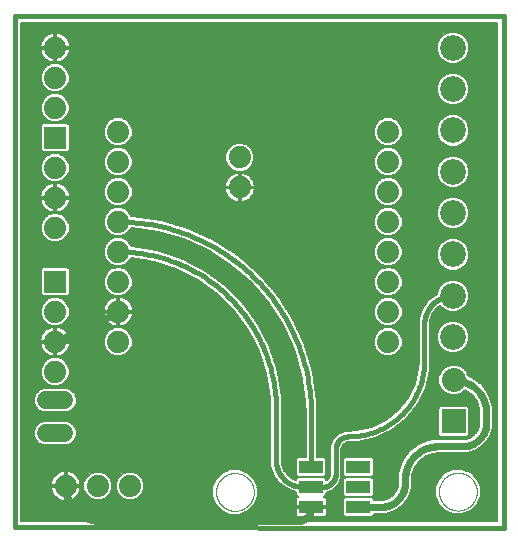
<source format=gtl>
G75*
%MOIN*%
%OFA0B0*%
%FSLAX25Y25*%
%IPPOS*%
%LPD*%
%AMOC8*
5,1,8,0,0,1.08239X$1,22.5*
%
%ADD10C,0.00000*%
%ADD11C,0.01600*%
%ADD12R,0.07400X0.07400*%
%ADD13C,0.07400*%
%ADD14C,0.06000*%
%ADD15C,0.08600*%
%ADD16R,0.08000X0.08000*%
%ADD17C,0.08000*%
%ADD18R,0.07874X0.04331*%
%ADD19C,0.02400*%
%ADD20C,0.00600*%
D10*
X0177451Y0016700D02*
X0177453Y0016858D01*
X0177459Y0017016D01*
X0177469Y0017174D01*
X0177483Y0017332D01*
X0177501Y0017489D01*
X0177522Y0017646D01*
X0177548Y0017802D01*
X0177578Y0017958D01*
X0177611Y0018113D01*
X0177649Y0018266D01*
X0177690Y0018419D01*
X0177735Y0018571D01*
X0177784Y0018722D01*
X0177837Y0018871D01*
X0177893Y0019019D01*
X0177953Y0019165D01*
X0178017Y0019310D01*
X0178085Y0019453D01*
X0178156Y0019595D01*
X0178230Y0019735D01*
X0178308Y0019872D01*
X0178390Y0020008D01*
X0178474Y0020142D01*
X0178563Y0020273D01*
X0178654Y0020402D01*
X0178749Y0020529D01*
X0178846Y0020654D01*
X0178947Y0020776D01*
X0179051Y0020895D01*
X0179158Y0021012D01*
X0179268Y0021126D01*
X0179381Y0021237D01*
X0179496Y0021346D01*
X0179614Y0021451D01*
X0179735Y0021553D01*
X0179858Y0021653D01*
X0179984Y0021749D01*
X0180112Y0021842D01*
X0180242Y0021932D01*
X0180375Y0022018D01*
X0180510Y0022102D01*
X0180646Y0022181D01*
X0180785Y0022258D01*
X0180926Y0022330D01*
X0181068Y0022400D01*
X0181212Y0022465D01*
X0181358Y0022527D01*
X0181505Y0022585D01*
X0181654Y0022640D01*
X0181804Y0022691D01*
X0181955Y0022738D01*
X0182107Y0022781D01*
X0182260Y0022820D01*
X0182415Y0022856D01*
X0182570Y0022887D01*
X0182726Y0022915D01*
X0182882Y0022939D01*
X0183039Y0022959D01*
X0183197Y0022975D01*
X0183354Y0022987D01*
X0183513Y0022995D01*
X0183671Y0022999D01*
X0183829Y0022999D01*
X0183987Y0022995D01*
X0184146Y0022987D01*
X0184303Y0022975D01*
X0184461Y0022959D01*
X0184618Y0022939D01*
X0184774Y0022915D01*
X0184930Y0022887D01*
X0185085Y0022856D01*
X0185240Y0022820D01*
X0185393Y0022781D01*
X0185545Y0022738D01*
X0185696Y0022691D01*
X0185846Y0022640D01*
X0185995Y0022585D01*
X0186142Y0022527D01*
X0186288Y0022465D01*
X0186432Y0022400D01*
X0186574Y0022330D01*
X0186715Y0022258D01*
X0186854Y0022181D01*
X0186990Y0022102D01*
X0187125Y0022018D01*
X0187258Y0021932D01*
X0187388Y0021842D01*
X0187516Y0021749D01*
X0187642Y0021653D01*
X0187765Y0021553D01*
X0187886Y0021451D01*
X0188004Y0021346D01*
X0188119Y0021237D01*
X0188232Y0021126D01*
X0188342Y0021012D01*
X0188449Y0020895D01*
X0188553Y0020776D01*
X0188654Y0020654D01*
X0188751Y0020529D01*
X0188846Y0020402D01*
X0188937Y0020273D01*
X0189026Y0020142D01*
X0189110Y0020008D01*
X0189192Y0019872D01*
X0189270Y0019735D01*
X0189344Y0019595D01*
X0189415Y0019453D01*
X0189483Y0019310D01*
X0189547Y0019165D01*
X0189607Y0019019D01*
X0189663Y0018871D01*
X0189716Y0018722D01*
X0189765Y0018571D01*
X0189810Y0018419D01*
X0189851Y0018266D01*
X0189889Y0018113D01*
X0189922Y0017958D01*
X0189952Y0017802D01*
X0189978Y0017646D01*
X0189999Y0017489D01*
X0190017Y0017332D01*
X0190031Y0017174D01*
X0190041Y0017016D01*
X0190047Y0016858D01*
X0190049Y0016700D01*
X0190047Y0016542D01*
X0190041Y0016384D01*
X0190031Y0016226D01*
X0190017Y0016068D01*
X0189999Y0015911D01*
X0189978Y0015754D01*
X0189952Y0015598D01*
X0189922Y0015442D01*
X0189889Y0015287D01*
X0189851Y0015134D01*
X0189810Y0014981D01*
X0189765Y0014829D01*
X0189716Y0014678D01*
X0189663Y0014529D01*
X0189607Y0014381D01*
X0189547Y0014235D01*
X0189483Y0014090D01*
X0189415Y0013947D01*
X0189344Y0013805D01*
X0189270Y0013665D01*
X0189192Y0013528D01*
X0189110Y0013392D01*
X0189026Y0013258D01*
X0188937Y0013127D01*
X0188846Y0012998D01*
X0188751Y0012871D01*
X0188654Y0012746D01*
X0188553Y0012624D01*
X0188449Y0012505D01*
X0188342Y0012388D01*
X0188232Y0012274D01*
X0188119Y0012163D01*
X0188004Y0012054D01*
X0187886Y0011949D01*
X0187765Y0011847D01*
X0187642Y0011747D01*
X0187516Y0011651D01*
X0187388Y0011558D01*
X0187258Y0011468D01*
X0187125Y0011382D01*
X0186990Y0011298D01*
X0186854Y0011219D01*
X0186715Y0011142D01*
X0186574Y0011070D01*
X0186432Y0011000D01*
X0186288Y0010935D01*
X0186142Y0010873D01*
X0185995Y0010815D01*
X0185846Y0010760D01*
X0185696Y0010709D01*
X0185545Y0010662D01*
X0185393Y0010619D01*
X0185240Y0010580D01*
X0185085Y0010544D01*
X0184930Y0010513D01*
X0184774Y0010485D01*
X0184618Y0010461D01*
X0184461Y0010441D01*
X0184303Y0010425D01*
X0184146Y0010413D01*
X0183987Y0010405D01*
X0183829Y0010401D01*
X0183671Y0010401D01*
X0183513Y0010405D01*
X0183354Y0010413D01*
X0183197Y0010425D01*
X0183039Y0010441D01*
X0182882Y0010461D01*
X0182726Y0010485D01*
X0182570Y0010513D01*
X0182415Y0010544D01*
X0182260Y0010580D01*
X0182107Y0010619D01*
X0181955Y0010662D01*
X0181804Y0010709D01*
X0181654Y0010760D01*
X0181505Y0010815D01*
X0181358Y0010873D01*
X0181212Y0010935D01*
X0181068Y0011000D01*
X0180926Y0011070D01*
X0180785Y0011142D01*
X0180646Y0011219D01*
X0180510Y0011298D01*
X0180375Y0011382D01*
X0180242Y0011468D01*
X0180112Y0011558D01*
X0179984Y0011651D01*
X0179858Y0011747D01*
X0179735Y0011847D01*
X0179614Y0011949D01*
X0179496Y0012054D01*
X0179381Y0012163D01*
X0179268Y0012274D01*
X0179158Y0012388D01*
X0179051Y0012505D01*
X0178947Y0012624D01*
X0178846Y0012746D01*
X0178749Y0012871D01*
X0178654Y0012998D01*
X0178563Y0013127D01*
X0178474Y0013258D01*
X0178390Y0013392D01*
X0178308Y0013528D01*
X0178230Y0013665D01*
X0178156Y0013805D01*
X0178085Y0013947D01*
X0178017Y0014090D01*
X0177953Y0014235D01*
X0177893Y0014381D01*
X0177837Y0014529D01*
X0177784Y0014678D01*
X0177735Y0014829D01*
X0177690Y0014981D01*
X0177649Y0015134D01*
X0177611Y0015287D01*
X0177578Y0015442D01*
X0177548Y0015598D01*
X0177522Y0015754D01*
X0177501Y0015911D01*
X0177483Y0016068D01*
X0177469Y0016226D01*
X0177459Y0016384D01*
X0177453Y0016542D01*
X0177451Y0016700D01*
X0251771Y0016800D02*
X0251773Y0016958D01*
X0251779Y0017116D01*
X0251789Y0017274D01*
X0251803Y0017432D01*
X0251821Y0017589D01*
X0251842Y0017746D01*
X0251868Y0017902D01*
X0251898Y0018058D01*
X0251931Y0018213D01*
X0251969Y0018366D01*
X0252010Y0018519D01*
X0252055Y0018671D01*
X0252104Y0018822D01*
X0252157Y0018971D01*
X0252213Y0019119D01*
X0252273Y0019265D01*
X0252337Y0019410D01*
X0252405Y0019553D01*
X0252476Y0019695D01*
X0252550Y0019835D01*
X0252628Y0019972D01*
X0252710Y0020108D01*
X0252794Y0020242D01*
X0252883Y0020373D01*
X0252974Y0020502D01*
X0253069Y0020629D01*
X0253166Y0020754D01*
X0253267Y0020876D01*
X0253371Y0020995D01*
X0253478Y0021112D01*
X0253588Y0021226D01*
X0253701Y0021337D01*
X0253816Y0021446D01*
X0253934Y0021551D01*
X0254055Y0021653D01*
X0254178Y0021753D01*
X0254304Y0021849D01*
X0254432Y0021942D01*
X0254562Y0022032D01*
X0254695Y0022118D01*
X0254830Y0022202D01*
X0254966Y0022281D01*
X0255105Y0022358D01*
X0255246Y0022430D01*
X0255388Y0022500D01*
X0255532Y0022565D01*
X0255678Y0022627D01*
X0255825Y0022685D01*
X0255974Y0022740D01*
X0256124Y0022791D01*
X0256275Y0022838D01*
X0256427Y0022881D01*
X0256580Y0022920D01*
X0256735Y0022956D01*
X0256890Y0022987D01*
X0257046Y0023015D01*
X0257202Y0023039D01*
X0257359Y0023059D01*
X0257517Y0023075D01*
X0257674Y0023087D01*
X0257833Y0023095D01*
X0257991Y0023099D01*
X0258149Y0023099D01*
X0258307Y0023095D01*
X0258466Y0023087D01*
X0258623Y0023075D01*
X0258781Y0023059D01*
X0258938Y0023039D01*
X0259094Y0023015D01*
X0259250Y0022987D01*
X0259405Y0022956D01*
X0259560Y0022920D01*
X0259713Y0022881D01*
X0259865Y0022838D01*
X0260016Y0022791D01*
X0260166Y0022740D01*
X0260315Y0022685D01*
X0260462Y0022627D01*
X0260608Y0022565D01*
X0260752Y0022500D01*
X0260894Y0022430D01*
X0261035Y0022358D01*
X0261174Y0022281D01*
X0261310Y0022202D01*
X0261445Y0022118D01*
X0261578Y0022032D01*
X0261708Y0021942D01*
X0261836Y0021849D01*
X0261962Y0021753D01*
X0262085Y0021653D01*
X0262206Y0021551D01*
X0262324Y0021446D01*
X0262439Y0021337D01*
X0262552Y0021226D01*
X0262662Y0021112D01*
X0262769Y0020995D01*
X0262873Y0020876D01*
X0262974Y0020754D01*
X0263071Y0020629D01*
X0263166Y0020502D01*
X0263257Y0020373D01*
X0263346Y0020242D01*
X0263430Y0020108D01*
X0263512Y0019972D01*
X0263590Y0019835D01*
X0263664Y0019695D01*
X0263735Y0019553D01*
X0263803Y0019410D01*
X0263867Y0019265D01*
X0263927Y0019119D01*
X0263983Y0018971D01*
X0264036Y0018822D01*
X0264085Y0018671D01*
X0264130Y0018519D01*
X0264171Y0018366D01*
X0264209Y0018213D01*
X0264242Y0018058D01*
X0264272Y0017902D01*
X0264298Y0017746D01*
X0264319Y0017589D01*
X0264337Y0017432D01*
X0264351Y0017274D01*
X0264361Y0017116D01*
X0264367Y0016958D01*
X0264369Y0016800D01*
X0264367Y0016642D01*
X0264361Y0016484D01*
X0264351Y0016326D01*
X0264337Y0016168D01*
X0264319Y0016011D01*
X0264298Y0015854D01*
X0264272Y0015698D01*
X0264242Y0015542D01*
X0264209Y0015387D01*
X0264171Y0015234D01*
X0264130Y0015081D01*
X0264085Y0014929D01*
X0264036Y0014778D01*
X0263983Y0014629D01*
X0263927Y0014481D01*
X0263867Y0014335D01*
X0263803Y0014190D01*
X0263735Y0014047D01*
X0263664Y0013905D01*
X0263590Y0013765D01*
X0263512Y0013628D01*
X0263430Y0013492D01*
X0263346Y0013358D01*
X0263257Y0013227D01*
X0263166Y0013098D01*
X0263071Y0012971D01*
X0262974Y0012846D01*
X0262873Y0012724D01*
X0262769Y0012605D01*
X0262662Y0012488D01*
X0262552Y0012374D01*
X0262439Y0012263D01*
X0262324Y0012154D01*
X0262206Y0012049D01*
X0262085Y0011947D01*
X0261962Y0011847D01*
X0261836Y0011751D01*
X0261708Y0011658D01*
X0261578Y0011568D01*
X0261445Y0011482D01*
X0261310Y0011398D01*
X0261174Y0011319D01*
X0261035Y0011242D01*
X0260894Y0011170D01*
X0260752Y0011100D01*
X0260608Y0011035D01*
X0260462Y0010973D01*
X0260315Y0010915D01*
X0260166Y0010860D01*
X0260016Y0010809D01*
X0259865Y0010762D01*
X0259713Y0010719D01*
X0259560Y0010680D01*
X0259405Y0010644D01*
X0259250Y0010613D01*
X0259094Y0010585D01*
X0258938Y0010561D01*
X0258781Y0010541D01*
X0258623Y0010525D01*
X0258466Y0010513D01*
X0258307Y0010505D01*
X0258149Y0010501D01*
X0257991Y0010501D01*
X0257833Y0010505D01*
X0257674Y0010513D01*
X0257517Y0010525D01*
X0257359Y0010541D01*
X0257202Y0010561D01*
X0257046Y0010585D01*
X0256890Y0010613D01*
X0256735Y0010644D01*
X0256580Y0010680D01*
X0256427Y0010719D01*
X0256275Y0010762D01*
X0256124Y0010809D01*
X0255974Y0010860D01*
X0255825Y0010915D01*
X0255678Y0010973D01*
X0255532Y0011035D01*
X0255388Y0011100D01*
X0255246Y0011170D01*
X0255105Y0011242D01*
X0254966Y0011319D01*
X0254830Y0011398D01*
X0254695Y0011482D01*
X0254562Y0011568D01*
X0254432Y0011658D01*
X0254304Y0011751D01*
X0254178Y0011847D01*
X0254055Y0011947D01*
X0253934Y0012049D01*
X0253816Y0012154D01*
X0253701Y0012263D01*
X0253588Y0012374D01*
X0253478Y0012488D01*
X0253371Y0012605D01*
X0253267Y0012724D01*
X0253166Y0012846D01*
X0253069Y0012971D01*
X0252974Y0013098D01*
X0252883Y0013227D01*
X0252794Y0013358D01*
X0252710Y0013492D01*
X0252628Y0013628D01*
X0252550Y0013765D01*
X0252476Y0013905D01*
X0252405Y0014047D01*
X0252337Y0014190D01*
X0252273Y0014335D01*
X0252213Y0014481D01*
X0252157Y0014629D01*
X0252104Y0014778D01*
X0252055Y0014929D01*
X0252010Y0015081D01*
X0251969Y0015234D01*
X0251931Y0015387D01*
X0251898Y0015542D01*
X0251868Y0015698D01*
X0251842Y0015854D01*
X0251821Y0016011D01*
X0251803Y0016168D01*
X0251789Y0016326D01*
X0251779Y0016484D01*
X0251773Y0016642D01*
X0251771Y0016800D01*
D11*
X0110350Y0004900D02*
X0110350Y0175500D01*
X0110350Y0175200D02*
X0273350Y0175200D01*
X0273350Y0004800D01*
X0110350Y0004900D01*
X0209176Y0042474D02*
X0209157Y0044028D01*
X0209101Y0045582D01*
X0209007Y0047133D01*
X0208876Y0048682D01*
X0208707Y0050228D01*
X0208501Y0051768D01*
X0208258Y0053304D01*
X0207978Y0054833D01*
X0207661Y0056355D01*
X0207307Y0057868D01*
X0206917Y0059373D01*
X0206490Y0060868D01*
X0206028Y0062352D01*
X0205529Y0063824D01*
X0204996Y0065284D01*
X0204427Y0066731D01*
X0203824Y0068164D01*
X0203186Y0069581D01*
X0202514Y0070983D01*
X0201808Y0072368D01*
X0201069Y0073735D01*
X0200297Y0075085D01*
X0199493Y0076415D01*
X0198657Y0077725D01*
X0197789Y0079015D01*
X0196891Y0080284D01*
X0195962Y0081530D01*
X0195003Y0082754D01*
X0194015Y0083954D01*
X0192999Y0085130D01*
X0191954Y0086281D01*
X0190882Y0087406D01*
X0189782Y0088506D01*
X0188657Y0089578D01*
X0187506Y0090623D01*
X0186330Y0091639D01*
X0185130Y0092627D01*
X0183906Y0093586D01*
X0182660Y0094515D01*
X0181391Y0095413D01*
X0180101Y0096281D01*
X0178791Y0097117D01*
X0177461Y0097921D01*
X0176111Y0098693D01*
X0174744Y0099432D01*
X0173359Y0100138D01*
X0171957Y0100810D01*
X0170540Y0101448D01*
X0169107Y0102051D01*
X0167660Y0102620D01*
X0166200Y0103153D01*
X0164728Y0103652D01*
X0163244Y0104114D01*
X0161749Y0104541D01*
X0160244Y0104931D01*
X0158731Y0105285D01*
X0157209Y0105602D01*
X0155680Y0105882D01*
X0154144Y0106125D01*
X0152604Y0106331D01*
X0151058Y0106500D01*
X0149509Y0106631D01*
X0147958Y0106725D01*
X0146404Y0106781D01*
X0144850Y0106800D01*
X0221550Y0035200D02*
X0222161Y0035207D01*
X0222772Y0035230D01*
X0223383Y0035266D01*
X0223992Y0035318D01*
X0224600Y0035384D01*
X0225206Y0035465D01*
X0225809Y0035561D01*
X0226411Y0035671D01*
X0227009Y0035796D01*
X0227605Y0035935D01*
X0228196Y0036089D01*
X0228784Y0036256D01*
X0229368Y0036438D01*
X0229947Y0036634D01*
X0230522Y0036844D01*
X0231090Y0037068D01*
X0231654Y0037305D01*
X0232211Y0037556D01*
X0232763Y0037820D01*
X0233307Y0038098D01*
X0233845Y0038389D01*
X0234376Y0038692D01*
X0234899Y0039008D01*
X0235415Y0039337D01*
X0235922Y0039679D01*
X0236421Y0040032D01*
X0236911Y0040397D01*
X0237392Y0040774D01*
X0237865Y0041163D01*
X0238327Y0041563D01*
X0238780Y0041974D01*
X0239222Y0042395D01*
X0239655Y0042828D01*
X0240076Y0043270D01*
X0240487Y0043723D01*
X0240887Y0044185D01*
X0241276Y0044658D01*
X0241653Y0045139D01*
X0242018Y0045629D01*
X0242371Y0046128D01*
X0242713Y0046635D01*
X0243042Y0047151D01*
X0243358Y0047674D01*
X0243661Y0048205D01*
X0243952Y0048743D01*
X0244230Y0049287D01*
X0244494Y0049839D01*
X0244745Y0050396D01*
X0244982Y0050960D01*
X0245206Y0051528D01*
X0245416Y0052103D01*
X0245612Y0052682D01*
X0245794Y0053266D01*
X0245961Y0053854D01*
X0246115Y0054445D01*
X0246254Y0055041D01*
X0246379Y0055639D01*
X0246489Y0056241D01*
X0246585Y0056844D01*
X0246666Y0057450D01*
X0246732Y0058058D01*
X0246784Y0058667D01*
X0246820Y0059278D01*
X0246843Y0059889D01*
X0246850Y0060500D01*
X0246850Y0072571D01*
X0246853Y0072802D01*
X0246861Y0073032D01*
X0246875Y0073262D01*
X0246895Y0073492D01*
X0246920Y0073721D01*
X0246950Y0073949D01*
X0246986Y0074177D01*
X0247028Y0074404D01*
X0247075Y0074630D01*
X0247127Y0074854D01*
X0247185Y0075077D01*
X0247248Y0075299D01*
X0247317Y0075519D01*
X0247391Y0075737D01*
X0247470Y0075954D01*
X0247554Y0076168D01*
X0247644Y0076381D01*
X0247738Y0076591D01*
X0247838Y0076799D01*
X0247943Y0077004D01*
X0248052Y0077207D01*
X0248167Y0077407D01*
X0248286Y0077605D01*
X0248410Y0077799D01*
X0248539Y0077990D01*
X0248672Y0078178D01*
X0248810Y0078363D01*
X0248952Y0078545D01*
X0249098Y0078723D01*
X0249249Y0078897D01*
X0249404Y0079068D01*
X0249563Y0079235D01*
X0249726Y0079398D01*
X0249893Y0079557D01*
X0250064Y0079712D01*
X0250238Y0079863D01*
X0250416Y0080009D01*
X0250598Y0080151D01*
X0250783Y0080289D01*
X0250971Y0080422D01*
X0251162Y0080551D01*
X0251356Y0080675D01*
X0251554Y0080794D01*
X0251754Y0080909D01*
X0251957Y0081018D01*
X0252162Y0081123D01*
X0252370Y0081223D01*
X0252580Y0081317D01*
X0252793Y0081407D01*
X0253007Y0081491D01*
X0253224Y0081570D01*
X0253442Y0081644D01*
X0253662Y0081713D01*
X0253884Y0081776D01*
X0254107Y0081834D01*
X0254331Y0081886D01*
X0254557Y0081933D01*
X0254784Y0081975D01*
X0255012Y0082011D01*
X0255240Y0082041D01*
X0255469Y0082066D01*
X0255699Y0082086D01*
X0255929Y0082100D01*
X0256159Y0082108D01*
X0256390Y0082111D01*
X0209176Y0042474D02*
X0209176Y0025093D01*
X0206250Y0018400D02*
X0206037Y0018403D01*
X0205825Y0018410D01*
X0205613Y0018423D01*
X0205401Y0018441D01*
X0205189Y0018464D01*
X0204978Y0018492D01*
X0204768Y0018526D01*
X0204559Y0018564D01*
X0204351Y0018607D01*
X0204144Y0018656D01*
X0203938Y0018709D01*
X0203734Y0018767D01*
X0203531Y0018831D01*
X0203329Y0018899D01*
X0203129Y0018972D01*
X0202932Y0019050D01*
X0202736Y0019132D01*
X0202542Y0019220D01*
X0202350Y0019311D01*
X0202160Y0019408D01*
X0201973Y0019509D01*
X0201789Y0019615D01*
X0201607Y0019725D01*
X0201427Y0019839D01*
X0201251Y0019958D01*
X0201077Y0020081D01*
X0200907Y0020208D01*
X0200740Y0020339D01*
X0200575Y0020474D01*
X0200415Y0020613D01*
X0200257Y0020756D01*
X0200103Y0020903D01*
X0199953Y0021053D01*
X0199806Y0021207D01*
X0199663Y0021365D01*
X0199524Y0021525D01*
X0199389Y0021690D01*
X0199258Y0021857D01*
X0199131Y0022027D01*
X0199008Y0022201D01*
X0198889Y0022377D01*
X0198775Y0022557D01*
X0198665Y0022739D01*
X0198559Y0022923D01*
X0198458Y0023110D01*
X0198361Y0023300D01*
X0198270Y0023492D01*
X0198182Y0023686D01*
X0198100Y0023882D01*
X0198022Y0024079D01*
X0197949Y0024279D01*
X0197881Y0024481D01*
X0197817Y0024684D01*
X0197759Y0024888D01*
X0197706Y0025094D01*
X0197657Y0025301D01*
X0197614Y0025509D01*
X0197576Y0025718D01*
X0197542Y0025928D01*
X0197514Y0026139D01*
X0197491Y0026351D01*
X0197473Y0026563D01*
X0197460Y0026775D01*
X0197453Y0026987D01*
X0197450Y0027200D01*
X0197450Y0044200D01*
X0217350Y0031000D02*
X0217350Y0022800D01*
X0217348Y0022670D01*
X0217342Y0022539D01*
X0217333Y0022409D01*
X0217319Y0022280D01*
X0217302Y0022150D01*
X0217281Y0022022D01*
X0217256Y0021894D01*
X0217227Y0021767D01*
X0217194Y0021640D01*
X0217158Y0021515D01*
X0217118Y0021391D01*
X0217075Y0021268D01*
X0217027Y0021146D01*
X0216977Y0021026D01*
X0216922Y0020908D01*
X0216864Y0020791D01*
X0216803Y0020676D01*
X0216739Y0020562D01*
X0216671Y0020451D01*
X0216599Y0020342D01*
X0216525Y0020235D01*
X0216447Y0020130D01*
X0216367Y0020028D01*
X0216283Y0019928D01*
X0216196Y0019830D01*
X0216107Y0019735D01*
X0216015Y0019643D01*
X0215920Y0019554D01*
X0215822Y0019467D01*
X0215722Y0019383D01*
X0215620Y0019303D01*
X0215515Y0019225D01*
X0215408Y0019151D01*
X0215299Y0019079D01*
X0215188Y0019011D01*
X0215074Y0018947D01*
X0214959Y0018886D01*
X0214842Y0018828D01*
X0214724Y0018773D01*
X0214604Y0018723D01*
X0214482Y0018675D01*
X0214359Y0018632D01*
X0214235Y0018592D01*
X0214110Y0018556D01*
X0213983Y0018523D01*
X0213856Y0018494D01*
X0213728Y0018469D01*
X0213600Y0018448D01*
X0213470Y0018431D01*
X0213341Y0018417D01*
X0213211Y0018408D01*
X0213080Y0018402D01*
X0212950Y0018400D01*
X0209176Y0018400D01*
X0206250Y0018400D01*
X0217350Y0031000D02*
X0217352Y0031127D01*
X0217358Y0031254D01*
X0217367Y0031380D01*
X0217381Y0031506D01*
X0217398Y0031632D01*
X0217419Y0031757D01*
X0217444Y0031882D01*
X0217472Y0032005D01*
X0217504Y0032128D01*
X0217540Y0032250D01*
X0217580Y0032370D01*
X0217623Y0032489D01*
X0217670Y0032607D01*
X0217720Y0032724D01*
X0217774Y0032839D01*
X0217831Y0032952D01*
X0217892Y0033063D01*
X0217956Y0033173D01*
X0218023Y0033280D01*
X0218093Y0033386D01*
X0218167Y0033489D01*
X0218244Y0033590D01*
X0218324Y0033689D01*
X0218406Y0033785D01*
X0218492Y0033879D01*
X0218580Y0033970D01*
X0218671Y0034058D01*
X0218765Y0034144D01*
X0218861Y0034226D01*
X0218960Y0034306D01*
X0219061Y0034383D01*
X0219164Y0034457D01*
X0219270Y0034527D01*
X0219377Y0034594D01*
X0219487Y0034658D01*
X0219598Y0034719D01*
X0219711Y0034776D01*
X0219826Y0034830D01*
X0219943Y0034880D01*
X0220061Y0034927D01*
X0220180Y0034970D01*
X0220300Y0035010D01*
X0220422Y0035046D01*
X0220545Y0035078D01*
X0220668Y0035106D01*
X0220793Y0035131D01*
X0220918Y0035152D01*
X0221044Y0035169D01*
X0221170Y0035183D01*
X0221296Y0035192D01*
X0221423Y0035198D01*
X0221550Y0035200D01*
X0197450Y0044200D02*
X0197435Y0045471D01*
X0197389Y0046741D01*
X0197312Y0048010D01*
X0197204Y0049277D01*
X0197066Y0050540D01*
X0196898Y0051800D01*
X0196699Y0053056D01*
X0196470Y0054306D01*
X0196211Y0055550D01*
X0195922Y0056788D01*
X0195602Y0058018D01*
X0195254Y0059241D01*
X0194876Y0060454D01*
X0194468Y0061658D01*
X0194032Y0062852D01*
X0193567Y0064035D01*
X0193073Y0065207D01*
X0192552Y0066366D01*
X0192002Y0067512D01*
X0191425Y0068644D01*
X0190821Y0069763D01*
X0190190Y0070866D01*
X0189532Y0071954D01*
X0188848Y0073025D01*
X0188139Y0074080D01*
X0187404Y0075118D01*
X0186645Y0076137D01*
X0185861Y0077137D01*
X0185053Y0078119D01*
X0184222Y0079080D01*
X0183367Y0080021D01*
X0182491Y0080942D01*
X0181592Y0081841D01*
X0180671Y0082717D01*
X0179730Y0083572D01*
X0178769Y0084403D01*
X0177787Y0085211D01*
X0176787Y0085995D01*
X0175768Y0086754D01*
X0174730Y0087489D01*
X0173675Y0088198D01*
X0172604Y0088882D01*
X0171516Y0089540D01*
X0170413Y0090171D01*
X0169294Y0090775D01*
X0168162Y0091352D01*
X0167016Y0091902D01*
X0165857Y0092423D01*
X0164685Y0092917D01*
X0163502Y0093382D01*
X0162308Y0093818D01*
X0161104Y0094226D01*
X0159891Y0094604D01*
X0158668Y0094952D01*
X0157438Y0095272D01*
X0156200Y0095561D01*
X0154956Y0095820D01*
X0153706Y0096049D01*
X0152450Y0096248D01*
X0151190Y0096416D01*
X0149927Y0096554D01*
X0148660Y0096662D01*
X0147391Y0096739D01*
X0146121Y0096785D01*
X0144850Y0096800D01*
D12*
X0123850Y0086800D03*
X0123850Y0134800D03*
D13*
X0123850Y0144800D03*
X0123850Y0154800D03*
X0123850Y0164800D03*
X0144850Y0136800D03*
X0144850Y0126800D03*
X0144850Y0116800D03*
X0144850Y0106800D03*
X0144850Y0096800D03*
X0144850Y0086800D03*
X0144850Y0076800D03*
X0144850Y0066800D03*
X0123850Y0066800D03*
X0123850Y0076800D03*
X0123850Y0056800D03*
X0127350Y0018700D03*
X0138050Y0018700D03*
X0148750Y0018700D03*
X0234850Y0066800D03*
X0234850Y0076800D03*
X0234850Y0086800D03*
X0234850Y0096800D03*
X0234850Y0106800D03*
X0234850Y0116800D03*
X0234850Y0126800D03*
X0234850Y0136800D03*
X0185350Y0128200D03*
X0185350Y0118200D03*
X0123850Y0114800D03*
X0123850Y0104800D03*
X0123850Y0124800D03*
D14*
X0126850Y0047300D02*
X0120850Y0047300D01*
X0120850Y0036300D02*
X0126850Y0036300D01*
D15*
X0256390Y0068332D03*
X0256390Y0082111D03*
X0256390Y0095891D03*
X0256390Y0109670D03*
X0256390Y0123450D03*
X0256390Y0137229D03*
X0256390Y0151009D03*
X0256390Y0164788D03*
D16*
X0256650Y0040200D03*
D17*
X0256650Y0053980D03*
D18*
X0224924Y0025093D03*
X0224924Y0018400D03*
X0224924Y0011707D03*
X0209176Y0011707D03*
X0209176Y0018400D03*
X0209176Y0025093D03*
D19*
X0209176Y0011707D02*
X0209174Y0011573D01*
X0209168Y0011438D01*
X0209159Y0011304D01*
X0209145Y0011170D01*
X0209128Y0011037D01*
X0209107Y0010904D01*
X0209082Y0010772D01*
X0209054Y0010641D01*
X0209021Y0010510D01*
X0208985Y0010381D01*
X0208946Y0010252D01*
X0208902Y0010125D01*
X0208855Y0009999D01*
X0208805Y0009875D01*
X0208751Y0009752D01*
X0208693Y0009630D01*
X0208632Y0009510D01*
X0208568Y0009392D01*
X0208500Y0009276D01*
X0208429Y0009162D01*
X0208354Y0009050D01*
X0208277Y0008940D01*
X0208196Y0008833D01*
X0208113Y0008727D01*
X0208026Y0008625D01*
X0207937Y0008524D01*
X0207845Y0008427D01*
X0207749Y0008331D01*
X0207652Y0008239D01*
X0207551Y0008150D01*
X0207449Y0008063D01*
X0207343Y0007980D01*
X0207236Y0007899D01*
X0207126Y0007822D01*
X0207014Y0007747D01*
X0206900Y0007676D01*
X0206784Y0007608D01*
X0206666Y0007544D01*
X0206546Y0007483D01*
X0206424Y0007425D01*
X0206301Y0007371D01*
X0206177Y0007321D01*
X0206051Y0007274D01*
X0205924Y0007230D01*
X0205795Y0007191D01*
X0205666Y0007155D01*
X0205535Y0007122D01*
X0205404Y0007094D01*
X0205272Y0007069D01*
X0205139Y0007048D01*
X0205006Y0007031D01*
X0204872Y0007017D01*
X0204738Y0007008D01*
X0204603Y0007002D01*
X0204469Y0007000D01*
X0139050Y0007000D01*
X0138767Y0007003D01*
X0138485Y0007014D01*
X0138203Y0007031D01*
X0137921Y0007055D01*
X0137640Y0007085D01*
X0137359Y0007123D01*
X0137080Y0007167D01*
X0136802Y0007218D01*
X0136525Y0007276D01*
X0136250Y0007340D01*
X0135976Y0007411D01*
X0135704Y0007489D01*
X0135435Y0007573D01*
X0135167Y0007663D01*
X0134901Y0007760D01*
X0134638Y0007864D01*
X0134377Y0007974D01*
X0134120Y0008090D01*
X0133865Y0008212D01*
X0133613Y0008340D01*
X0133364Y0008475D01*
X0133119Y0008615D01*
X0132877Y0008761D01*
X0132638Y0008913D01*
X0132404Y0009071D01*
X0132173Y0009235D01*
X0131946Y0009403D01*
X0131724Y0009578D01*
X0131505Y0009758D01*
X0131291Y0009942D01*
X0131082Y0010132D01*
X0130877Y0010327D01*
X0130677Y0010527D01*
X0130482Y0010732D01*
X0130292Y0010941D01*
X0130108Y0011155D01*
X0129928Y0011374D01*
X0129753Y0011596D01*
X0129585Y0011823D01*
X0129421Y0012054D01*
X0129263Y0012288D01*
X0129111Y0012527D01*
X0128965Y0012769D01*
X0128825Y0013014D01*
X0128690Y0013263D01*
X0128562Y0013515D01*
X0128440Y0013770D01*
X0128324Y0014027D01*
X0128214Y0014288D01*
X0128110Y0014551D01*
X0128013Y0014817D01*
X0127923Y0015085D01*
X0127839Y0015354D01*
X0127761Y0015626D01*
X0127690Y0015900D01*
X0127626Y0016175D01*
X0127568Y0016452D01*
X0127517Y0016730D01*
X0127473Y0017009D01*
X0127435Y0017290D01*
X0127405Y0017571D01*
X0127381Y0017853D01*
X0127364Y0018135D01*
X0127353Y0018417D01*
X0127350Y0018700D01*
X0123850Y0066800D02*
X0144950Y0076800D01*
X0144850Y0076800D01*
X0232357Y0011707D02*
X0232553Y0011709D01*
X0232748Y0011716D01*
X0232943Y0011728D01*
X0233138Y0011745D01*
X0233333Y0011766D01*
X0233526Y0011792D01*
X0233720Y0011823D01*
X0233912Y0011858D01*
X0234103Y0011898D01*
X0234294Y0011942D01*
X0234483Y0011991D01*
X0234671Y0012045D01*
X0234858Y0012103D01*
X0235043Y0012166D01*
X0235227Y0012233D01*
X0235409Y0012304D01*
X0235589Y0012380D01*
X0235767Y0012461D01*
X0235944Y0012545D01*
X0236118Y0012634D01*
X0236290Y0012727D01*
X0236460Y0012824D01*
X0236627Y0012925D01*
X0236792Y0013030D01*
X0236954Y0013140D01*
X0237114Y0013253D01*
X0237271Y0013369D01*
X0237425Y0013490D01*
X0237576Y0013614D01*
X0237724Y0013742D01*
X0237868Y0013874D01*
X0238010Y0014009D01*
X0238148Y0014147D01*
X0238283Y0014289D01*
X0238415Y0014433D01*
X0238543Y0014581D01*
X0238667Y0014732D01*
X0238788Y0014886D01*
X0238904Y0015043D01*
X0239017Y0015203D01*
X0239127Y0015365D01*
X0239232Y0015530D01*
X0239333Y0015697D01*
X0239430Y0015867D01*
X0239523Y0016039D01*
X0239612Y0016213D01*
X0239696Y0016390D01*
X0239777Y0016568D01*
X0239853Y0016748D01*
X0239924Y0016930D01*
X0239991Y0017114D01*
X0240054Y0017299D01*
X0240112Y0017486D01*
X0240166Y0017674D01*
X0240215Y0017863D01*
X0240259Y0018054D01*
X0240299Y0018245D01*
X0240334Y0018437D01*
X0240365Y0018631D01*
X0240391Y0018824D01*
X0240412Y0019019D01*
X0240429Y0019214D01*
X0240441Y0019409D01*
X0240448Y0019604D01*
X0240450Y0019800D01*
X0240450Y0021000D01*
X0240453Y0021263D01*
X0240463Y0021527D01*
X0240479Y0021790D01*
X0240501Y0022052D01*
X0240529Y0022314D01*
X0240564Y0022575D01*
X0240606Y0022835D01*
X0240653Y0023094D01*
X0240707Y0023352D01*
X0240767Y0023609D01*
X0240833Y0023864D01*
X0240905Y0024117D01*
X0240983Y0024368D01*
X0241068Y0024618D01*
X0241158Y0024865D01*
X0241255Y0025110D01*
X0241357Y0025353D01*
X0241465Y0025593D01*
X0241579Y0025831D01*
X0241699Y0026065D01*
X0241824Y0026297D01*
X0241955Y0026526D01*
X0242091Y0026751D01*
X0242232Y0026973D01*
X0242379Y0027192D01*
X0242532Y0027407D01*
X0242689Y0027618D01*
X0242852Y0027825D01*
X0243019Y0028029D01*
X0243191Y0028228D01*
X0243368Y0028423D01*
X0243550Y0028614D01*
X0243736Y0028800D01*
X0243927Y0028982D01*
X0244122Y0029159D01*
X0244321Y0029331D01*
X0244525Y0029498D01*
X0244732Y0029661D01*
X0244943Y0029818D01*
X0245158Y0029971D01*
X0245377Y0030118D01*
X0245599Y0030259D01*
X0245824Y0030395D01*
X0246053Y0030526D01*
X0246285Y0030651D01*
X0246519Y0030771D01*
X0246757Y0030885D01*
X0246997Y0030993D01*
X0247240Y0031095D01*
X0247485Y0031192D01*
X0247732Y0031282D01*
X0247982Y0031367D01*
X0248233Y0031445D01*
X0248486Y0031517D01*
X0248741Y0031583D01*
X0248998Y0031643D01*
X0249256Y0031697D01*
X0249515Y0031744D01*
X0249775Y0031786D01*
X0250036Y0031821D01*
X0250298Y0031849D01*
X0250560Y0031871D01*
X0250823Y0031887D01*
X0251087Y0031897D01*
X0251350Y0031900D01*
X0259550Y0031900D01*
X0259743Y0031902D01*
X0259937Y0031909D01*
X0260129Y0031921D01*
X0260322Y0031937D01*
X0260514Y0031958D01*
X0260706Y0031984D01*
X0260897Y0032014D01*
X0261087Y0032049D01*
X0261276Y0032088D01*
X0261465Y0032132D01*
X0261652Y0032181D01*
X0261838Y0032234D01*
X0262022Y0032292D01*
X0262205Y0032354D01*
X0262387Y0032420D01*
X0262567Y0032491D01*
X0262745Y0032566D01*
X0262921Y0032645D01*
X0263096Y0032729D01*
X0263268Y0032816D01*
X0263438Y0032908D01*
X0263606Y0033004D01*
X0263771Y0033104D01*
X0263934Y0033208D01*
X0264095Y0033316D01*
X0264252Y0033428D01*
X0264407Y0033543D01*
X0264559Y0033663D01*
X0264709Y0033785D01*
X0264855Y0033912D01*
X0264998Y0034042D01*
X0265138Y0034175D01*
X0265275Y0034312D01*
X0265408Y0034452D01*
X0265538Y0034595D01*
X0265665Y0034741D01*
X0265787Y0034891D01*
X0265907Y0035043D01*
X0266022Y0035198D01*
X0266134Y0035355D01*
X0266242Y0035516D01*
X0266346Y0035679D01*
X0266446Y0035844D01*
X0266542Y0036012D01*
X0266634Y0036182D01*
X0266721Y0036354D01*
X0266805Y0036529D01*
X0266884Y0036705D01*
X0266959Y0036883D01*
X0267030Y0037063D01*
X0267096Y0037245D01*
X0267158Y0037428D01*
X0267216Y0037612D01*
X0267269Y0037798D01*
X0267318Y0037985D01*
X0267362Y0038174D01*
X0267401Y0038363D01*
X0267436Y0038553D01*
X0267466Y0038744D01*
X0267492Y0038936D01*
X0267513Y0039128D01*
X0267529Y0039321D01*
X0267541Y0039513D01*
X0267548Y0039707D01*
X0267550Y0039900D01*
X0267550Y0043080D01*
X0267547Y0043343D01*
X0267537Y0043607D01*
X0267521Y0043870D01*
X0267499Y0044132D01*
X0267471Y0044394D01*
X0267436Y0044655D01*
X0267394Y0044915D01*
X0267347Y0045174D01*
X0267293Y0045432D01*
X0267233Y0045689D01*
X0267167Y0045944D01*
X0267095Y0046197D01*
X0267017Y0046448D01*
X0266932Y0046698D01*
X0266842Y0046945D01*
X0266745Y0047190D01*
X0266643Y0047433D01*
X0266535Y0047673D01*
X0266421Y0047911D01*
X0266301Y0048145D01*
X0266176Y0048377D01*
X0266045Y0048606D01*
X0265909Y0048831D01*
X0265768Y0049053D01*
X0265621Y0049272D01*
X0265468Y0049487D01*
X0265311Y0049698D01*
X0265148Y0049905D01*
X0264981Y0050109D01*
X0264809Y0050308D01*
X0264632Y0050503D01*
X0264450Y0050694D01*
X0264264Y0050880D01*
X0264073Y0051062D01*
X0263878Y0051239D01*
X0263679Y0051411D01*
X0263475Y0051578D01*
X0263268Y0051741D01*
X0263057Y0051898D01*
X0262842Y0052051D01*
X0262623Y0052198D01*
X0262401Y0052339D01*
X0262176Y0052475D01*
X0261947Y0052606D01*
X0261715Y0052731D01*
X0261481Y0052851D01*
X0261243Y0052965D01*
X0261003Y0053073D01*
X0260760Y0053175D01*
X0260515Y0053272D01*
X0260268Y0053362D01*
X0260018Y0053447D01*
X0259767Y0053525D01*
X0259514Y0053597D01*
X0259259Y0053663D01*
X0259002Y0053723D01*
X0258744Y0053777D01*
X0258485Y0053824D01*
X0258225Y0053866D01*
X0257964Y0053901D01*
X0257702Y0053929D01*
X0257440Y0053951D01*
X0257177Y0053967D01*
X0256913Y0053977D01*
X0256650Y0053980D01*
X0232357Y0011707D02*
X0224924Y0011707D01*
D20*
X0220531Y0014972D02*
X0219887Y0014328D01*
X0219887Y0009086D01*
X0220531Y0008442D01*
X0229317Y0008442D01*
X0229961Y0009086D01*
X0229961Y0009407D01*
X0234003Y0009407D01*
X0237134Y0010424D01*
X0239798Y0012359D01*
X0241733Y0015023D01*
X0242750Y0018154D01*
X0242750Y0021000D01*
X0242856Y0022345D01*
X0243687Y0024904D01*
X0245269Y0027081D01*
X0247446Y0028663D01*
X0250005Y0029494D01*
X0251350Y0029600D01*
X0261181Y0029600D01*
X0264284Y0030608D01*
X0264284Y0030608D01*
X0266924Y0032526D01*
X0268842Y0035166D01*
X0269850Y0038269D01*
X0269850Y0045170D01*
X0268558Y0049147D01*
X0266100Y0052530D01*
X0262717Y0054987D01*
X0261603Y0055350D01*
X0260974Y0056868D01*
X0259539Y0058303D01*
X0257664Y0059080D01*
X0255636Y0059080D01*
X0253761Y0058303D01*
X0252326Y0056868D01*
X0251550Y0054994D01*
X0251550Y0052965D01*
X0252326Y0051091D01*
X0253761Y0049656D01*
X0255636Y0048880D01*
X0257664Y0048880D01*
X0259539Y0049656D01*
X0260595Y0050712D01*
X0262731Y0049161D01*
X0264313Y0046984D01*
X0265144Y0044425D01*
X0265250Y0043080D01*
X0265250Y0039900D01*
X0265180Y0039008D01*
X0264629Y0037312D01*
X0263580Y0035869D01*
X0262138Y0034821D01*
X0260442Y0034270D01*
X0259550Y0034200D01*
X0249259Y0034200D01*
X0245283Y0032908D01*
X0245283Y0032908D01*
X0241900Y0030450D01*
X0241900Y0030450D01*
X0239442Y0027067D01*
X0238150Y0023091D01*
X0238150Y0019800D01*
X0238079Y0018894D01*
X0237519Y0017170D01*
X0236453Y0015704D01*
X0234987Y0014638D01*
X0233263Y0014078D01*
X0232357Y0014007D01*
X0229961Y0014007D01*
X0229961Y0014328D01*
X0229317Y0014972D01*
X0220531Y0014972D01*
X0220431Y0014872D02*
X0213952Y0014872D01*
X0213911Y0014913D02*
X0213615Y0015084D01*
X0213425Y0015135D01*
X0213569Y0015135D01*
X0214213Y0015779D01*
X0214213Y0016504D01*
X0216519Y0017459D01*
X0218291Y0019231D01*
X0218291Y0019231D01*
X0219250Y0021547D01*
X0219250Y0031000D01*
X0219294Y0031449D01*
X0219638Y0032278D01*
X0220272Y0032912D01*
X0221101Y0033256D01*
X0221550Y0033300D01*
X0224615Y0033300D01*
X0230590Y0034664D01*
X0230590Y0034664D01*
X0236113Y0037323D01*
X0240905Y0041145D01*
X0244727Y0045937D01*
X0247386Y0051460D01*
X0248750Y0057435D01*
X0248750Y0072571D01*
X0248844Y0073766D01*
X0249583Y0076040D01*
X0250988Y0077973D01*
X0252090Y0078774D01*
X0253331Y0077533D01*
X0255316Y0076711D01*
X0257464Y0076711D01*
X0259449Y0077533D01*
X0260968Y0079052D01*
X0261790Y0081037D01*
X0261790Y0083185D01*
X0260968Y0085170D01*
X0259449Y0086689D01*
X0257464Y0087511D01*
X0255316Y0087511D01*
X0253331Y0086689D01*
X0251812Y0085170D01*
X0250990Y0083185D01*
X0250990Y0082788D01*
X0248200Y0080761D01*
X0246070Y0077830D01*
X0246070Y0077830D01*
X0244950Y0074383D01*
X0244950Y0060500D01*
X0244803Y0057880D01*
X0243637Y0052771D01*
X0241363Y0048050D01*
X0238096Y0043954D01*
X0234000Y0040687D01*
X0229279Y0038413D01*
X0224170Y0037247D01*
X0221550Y0037100D01*
X0220337Y0037100D01*
X0218095Y0036171D01*
X0218095Y0036171D01*
X0216379Y0034455D01*
X0215450Y0032213D01*
X0215450Y0022800D01*
X0215402Y0022312D01*
X0215029Y0021411D01*
X0214339Y0020721D01*
X0214213Y0020669D01*
X0214213Y0021021D01*
X0213569Y0021665D01*
X0204783Y0021665D01*
X0204139Y0021021D01*
X0204139Y0020720D01*
X0203117Y0021052D01*
X0201371Y0022321D01*
X0200102Y0024067D01*
X0199435Y0026121D01*
X0199350Y0027200D01*
X0199350Y0048489D01*
X0198008Y0056962D01*
X0195357Y0065121D01*
X0191463Y0072764D01*
X0186420Y0079704D01*
X0180354Y0085770D01*
X0173414Y0090813D01*
X0165771Y0094707D01*
X0165771Y0094707D01*
X0157612Y0097358D01*
X0149267Y0098680D01*
X0148919Y0099519D01*
X0147569Y0100869D01*
X0145805Y0101600D01*
X0143895Y0101600D01*
X0142131Y0100869D01*
X0140781Y0099519D01*
X0140050Y0097755D01*
X0140050Y0095845D01*
X0140781Y0094081D01*
X0142131Y0092731D01*
X0143895Y0092000D01*
X0145805Y0092000D01*
X0147569Y0092731D01*
X0148919Y0094081D01*
X0149171Y0094689D01*
X0156686Y0093499D01*
X0164252Y0091041D01*
X0171341Y0087429D01*
X0177777Y0082753D01*
X0183403Y0077127D01*
X0188079Y0070691D01*
X0191691Y0063602D01*
X0194149Y0056036D01*
X0195394Y0048178D01*
X0195550Y0044200D01*
X0195550Y0025505D01*
X0196597Y0022282D01*
X0196597Y0022282D01*
X0198590Y0019540D01*
X0201332Y0017547D01*
X0204139Y0016635D01*
X0204139Y0015779D01*
X0204783Y0015135D01*
X0204927Y0015135D01*
X0204737Y0015084D01*
X0204441Y0014913D01*
X0204199Y0014671D01*
X0204028Y0014374D01*
X0203939Y0014044D01*
X0203939Y0012007D01*
X0208876Y0012007D01*
X0208876Y0011407D01*
X0209476Y0011407D01*
X0209476Y0008242D01*
X0213284Y0008242D01*
X0213615Y0008330D01*
X0213911Y0008501D01*
X0214153Y0008744D01*
X0214324Y0009040D01*
X0214413Y0009371D01*
X0214413Y0011407D01*
X0209476Y0011407D01*
X0209476Y0012007D01*
X0214413Y0012007D01*
X0214413Y0014044D01*
X0214324Y0014374D01*
X0214153Y0014671D01*
X0213911Y0014913D01*
X0213904Y0015470D02*
X0220196Y0015470D01*
X0219887Y0015779D02*
X0220531Y0015135D01*
X0229317Y0015135D01*
X0229961Y0015779D01*
X0229961Y0021021D01*
X0229317Y0021665D01*
X0220531Y0021665D01*
X0219887Y0021021D01*
X0219887Y0015779D01*
X0219887Y0016069D02*
X0214213Y0016069D01*
X0214607Y0016667D02*
X0219887Y0016667D01*
X0219887Y0017266D02*
X0216052Y0017266D01*
X0216519Y0017459D02*
X0216519Y0017459D01*
X0216924Y0017864D02*
X0219887Y0017864D01*
X0219887Y0018463D02*
X0217522Y0018463D01*
X0218121Y0019061D02*
X0219887Y0019061D01*
X0219887Y0019660D02*
X0218468Y0019660D01*
X0218716Y0020258D02*
X0219887Y0020258D01*
X0219887Y0020857D02*
X0218964Y0020857D01*
X0219212Y0021455D02*
X0220321Y0021455D01*
X0220531Y0021828D02*
X0219887Y0022472D01*
X0219887Y0027714D01*
X0220531Y0028358D01*
X0229317Y0028358D01*
X0229961Y0027714D01*
X0229961Y0022472D01*
X0229317Y0021828D01*
X0220531Y0021828D01*
X0220305Y0022054D02*
X0219250Y0022054D01*
X0219250Y0022652D02*
X0219887Y0022652D01*
X0219887Y0023251D02*
X0219250Y0023251D01*
X0219250Y0023849D02*
X0219887Y0023849D01*
X0219887Y0024448D02*
X0219250Y0024448D01*
X0219250Y0025046D02*
X0219887Y0025046D01*
X0219887Y0025645D02*
X0219250Y0025645D01*
X0219250Y0026243D02*
X0219887Y0026243D01*
X0219887Y0026842D02*
X0219250Y0026842D01*
X0219250Y0027440D02*
X0219887Y0027440D01*
X0220212Y0028039D02*
X0219250Y0028039D01*
X0219250Y0028637D02*
X0240583Y0028637D01*
X0240148Y0028039D02*
X0229636Y0028039D01*
X0229961Y0027440D02*
X0239713Y0027440D01*
X0239442Y0027067D02*
X0239442Y0027067D01*
X0239369Y0026842D02*
X0229961Y0026842D01*
X0229961Y0026243D02*
X0239174Y0026243D01*
X0238980Y0025645D02*
X0229961Y0025645D01*
X0229961Y0025046D02*
X0238785Y0025046D01*
X0238591Y0024448D02*
X0229961Y0024448D01*
X0229961Y0023849D02*
X0238397Y0023849D01*
X0238202Y0023251D02*
X0229961Y0023251D01*
X0229961Y0022652D02*
X0238150Y0022652D01*
X0238150Y0022054D02*
X0229543Y0022054D01*
X0229527Y0021455D02*
X0238150Y0021455D01*
X0238150Y0020857D02*
X0229961Y0020857D01*
X0229961Y0020258D02*
X0238150Y0020258D01*
X0238139Y0019660D02*
X0229961Y0019660D01*
X0229961Y0019061D02*
X0238092Y0019061D01*
X0237939Y0018463D02*
X0229961Y0018463D01*
X0229961Y0017864D02*
X0237744Y0017864D01*
X0237550Y0017266D02*
X0229961Y0017266D01*
X0229961Y0016667D02*
X0237153Y0016667D01*
X0236718Y0016069D02*
X0229961Y0016069D01*
X0229652Y0015470D02*
X0236132Y0015470D01*
X0235308Y0014872D02*
X0229417Y0014872D01*
X0229961Y0014273D02*
X0233863Y0014273D01*
X0236085Y0010084D02*
X0254427Y0010084D01*
X0253765Y0010358D02*
X0256558Y0009201D01*
X0259582Y0009201D01*
X0262375Y0010358D01*
X0264512Y0012495D01*
X0265669Y0015288D01*
X0265669Y0018312D01*
X0264512Y0021105D01*
X0262375Y0023242D01*
X0259582Y0024399D01*
X0256558Y0024399D01*
X0253765Y0023242D01*
X0251628Y0021105D01*
X0250471Y0018312D01*
X0250471Y0015288D01*
X0251628Y0012495D01*
X0253765Y0010358D01*
X0253441Y0010682D02*
X0237489Y0010682D01*
X0237134Y0010424D02*
X0237134Y0010424D01*
X0238313Y0011281D02*
X0252842Y0011281D01*
X0252244Y0011879D02*
X0239136Y0011879D01*
X0239798Y0012359D02*
X0239798Y0012359D01*
X0239883Y0012478D02*
X0251645Y0012478D01*
X0251387Y0013076D02*
X0240318Y0013076D01*
X0240753Y0013675D02*
X0251139Y0013675D01*
X0250891Y0014273D02*
X0241188Y0014273D01*
X0241623Y0014872D02*
X0250643Y0014872D01*
X0250471Y0015470D02*
X0241878Y0015470D01*
X0241733Y0015023D02*
X0241733Y0015023D01*
X0242072Y0016069D02*
X0250471Y0016069D01*
X0250471Y0016667D02*
X0242267Y0016667D01*
X0242461Y0017266D02*
X0250471Y0017266D01*
X0250471Y0017864D02*
X0242656Y0017864D01*
X0242750Y0018463D02*
X0250533Y0018463D01*
X0250781Y0019061D02*
X0242750Y0019061D01*
X0242750Y0019660D02*
X0251029Y0019660D01*
X0251277Y0020258D02*
X0242750Y0020258D01*
X0242750Y0020857D02*
X0251525Y0020857D01*
X0251978Y0021455D02*
X0242786Y0021455D01*
X0242833Y0022054D02*
X0252577Y0022054D01*
X0253175Y0022652D02*
X0242956Y0022652D01*
X0243150Y0023251D02*
X0253786Y0023251D01*
X0255231Y0023849D02*
X0243345Y0023849D01*
X0243539Y0024448D02*
X0271250Y0024448D01*
X0271250Y0025046D02*
X0243791Y0025046D01*
X0244225Y0025645D02*
X0271250Y0025645D01*
X0271250Y0026243D02*
X0244660Y0026243D01*
X0245095Y0026842D02*
X0271250Y0026842D01*
X0271250Y0027440D02*
X0245763Y0027440D01*
X0246587Y0028039D02*
X0271250Y0028039D01*
X0271250Y0028637D02*
X0247411Y0028637D01*
X0249210Y0029236D02*
X0271250Y0029236D01*
X0271250Y0029834D02*
X0261903Y0029834D01*
X0263745Y0030433D02*
X0271250Y0030433D01*
X0271250Y0031032D02*
X0264867Y0031032D01*
X0265691Y0031630D02*
X0271250Y0031630D01*
X0271250Y0032229D02*
X0266515Y0032229D01*
X0266924Y0032526D02*
X0266924Y0032526D01*
X0266924Y0032526D01*
X0267143Y0032827D02*
X0271250Y0032827D01*
X0271250Y0033426D02*
X0267578Y0033426D01*
X0268012Y0034024D02*
X0271250Y0034024D01*
X0271250Y0034623D02*
X0268447Y0034623D01*
X0268842Y0035166D02*
X0268842Y0035166D01*
X0268860Y0035221D02*
X0271250Y0035221D01*
X0271250Y0035820D02*
X0269054Y0035820D01*
X0269249Y0036418D02*
X0271250Y0036418D01*
X0271250Y0037017D02*
X0269443Y0037017D01*
X0269638Y0037615D02*
X0271250Y0037615D01*
X0271250Y0038214D02*
X0269832Y0038214D01*
X0269850Y0038812D02*
X0271250Y0038812D01*
X0271250Y0039411D02*
X0269850Y0039411D01*
X0269850Y0040009D02*
X0271250Y0040009D01*
X0271250Y0040608D02*
X0269850Y0040608D01*
X0269850Y0041206D02*
X0271250Y0041206D01*
X0271250Y0041805D02*
X0269850Y0041805D01*
X0269850Y0042403D02*
X0271250Y0042403D01*
X0271250Y0043002D02*
X0269850Y0043002D01*
X0269850Y0043600D02*
X0271250Y0043600D01*
X0271250Y0044199D02*
X0269850Y0044199D01*
X0269850Y0044797D02*
X0271250Y0044797D01*
X0271250Y0045396D02*
X0269777Y0045396D01*
X0269582Y0045994D02*
X0271250Y0045994D01*
X0271250Y0046593D02*
X0269388Y0046593D01*
X0269193Y0047191D02*
X0271250Y0047191D01*
X0271250Y0047790D02*
X0268999Y0047790D01*
X0268804Y0048388D02*
X0271250Y0048388D01*
X0271250Y0048987D02*
X0268610Y0048987D01*
X0268558Y0049147D02*
X0268558Y0049147D01*
X0268239Y0049585D02*
X0271250Y0049585D01*
X0271250Y0050184D02*
X0267804Y0050184D01*
X0267370Y0050782D02*
X0271250Y0050782D01*
X0271250Y0051381D02*
X0266935Y0051381D01*
X0266500Y0051979D02*
X0271250Y0051979D01*
X0271250Y0052578D02*
X0266034Y0052578D01*
X0266100Y0052530D02*
X0266100Y0052530D01*
X0266100Y0052530D01*
X0265210Y0053176D02*
X0271250Y0053176D01*
X0271250Y0053775D02*
X0264386Y0053775D01*
X0263562Y0054373D02*
X0271250Y0054373D01*
X0271250Y0054972D02*
X0262739Y0054972D01*
X0262717Y0054987D02*
X0262717Y0054987D01*
X0261511Y0055570D02*
X0271250Y0055570D01*
X0271250Y0056169D02*
X0261263Y0056169D01*
X0261015Y0056768D02*
X0271250Y0056768D01*
X0271250Y0057366D02*
X0260476Y0057366D01*
X0259877Y0057965D02*
X0271250Y0057965D01*
X0271250Y0058563D02*
X0258911Y0058563D01*
X0254389Y0058563D02*
X0248750Y0058563D01*
X0248750Y0057965D02*
X0253423Y0057965D01*
X0252824Y0057366D02*
X0248734Y0057366D01*
X0248598Y0056768D02*
X0252285Y0056768D01*
X0252037Y0056169D02*
X0248461Y0056169D01*
X0248324Y0055570D02*
X0251789Y0055570D01*
X0251550Y0054972D02*
X0248188Y0054972D01*
X0248051Y0054373D02*
X0251550Y0054373D01*
X0251550Y0053775D02*
X0247915Y0053775D01*
X0247778Y0053176D02*
X0251550Y0053176D01*
X0251710Y0052578D02*
X0247641Y0052578D01*
X0247505Y0051979D02*
X0251958Y0051979D01*
X0252206Y0051381D02*
X0247348Y0051381D01*
X0247386Y0051460D02*
X0247386Y0051460D01*
X0247060Y0050782D02*
X0252635Y0050782D01*
X0253233Y0050184D02*
X0246772Y0050184D01*
X0246484Y0049585D02*
X0253931Y0049585D01*
X0255376Y0048987D02*
X0246195Y0048987D01*
X0245907Y0048388D02*
X0263292Y0048388D01*
X0263727Y0047790D02*
X0245619Y0047790D01*
X0245331Y0047191D02*
X0264162Y0047191D01*
X0264440Y0046593D02*
X0245042Y0046593D01*
X0244754Y0045994D02*
X0264634Y0045994D01*
X0264829Y0045396D02*
X0244295Y0045396D01*
X0244727Y0045937D02*
X0244727Y0045937D01*
X0243818Y0044797D02*
X0251692Y0044797D01*
X0251550Y0044656D02*
X0251550Y0035744D01*
X0252194Y0035100D01*
X0261106Y0035100D01*
X0261750Y0035744D01*
X0261750Y0044656D01*
X0261106Y0045300D01*
X0252194Y0045300D01*
X0251550Y0044656D01*
X0251550Y0044199D02*
X0243340Y0044199D01*
X0242863Y0043600D02*
X0251550Y0043600D01*
X0251550Y0043002D02*
X0242386Y0043002D01*
X0241908Y0042403D02*
X0251550Y0042403D01*
X0251550Y0041805D02*
X0241431Y0041805D01*
X0240954Y0041206D02*
X0251550Y0041206D01*
X0251550Y0040608D02*
X0240231Y0040608D01*
X0240905Y0041145D02*
X0240905Y0041145D01*
X0240905Y0041145D01*
X0239481Y0040009D02*
X0251550Y0040009D01*
X0251550Y0039411D02*
X0238730Y0039411D01*
X0237980Y0038812D02*
X0251550Y0038812D01*
X0251550Y0038214D02*
X0237229Y0038214D01*
X0236479Y0037615D02*
X0251550Y0037615D01*
X0251550Y0037017D02*
X0235476Y0037017D01*
X0236113Y0037323D02*
X0236113Y0037323D01*
X0234233Y0036418D02*
X0251550Y0036418D01*
X0251550Y0035820D02*
X0232990Y0035820D01*
X0231747Y0035221D02*
X0252073Y0035221D01*
X0248718Y0034024D02*
X0227787Y0034024D01*
X0225165Y0033426D02*
X0246876Y0033426D01*
X0245171Y0032827D02*
X0220187Y0032827D01*
X0219638Y0032278D02*
X0219638Y0032278D01*
X0219617Y0032229D02*
X0244348Y0032229D01*
X0243524Y0031630D02*
X0219369Y0031630D01*
X0219253Y0031032D02*
X0242700Y0031032D01*
X0241900Y0030450D02*
X0241900Y0030450D01*
X0241887Y0030433D02*
X0219250Y0030433D01*
X0219250Y0029834D02*
X0241453Y0029834D01*
X0241018Y0029236D02*
X0219250Y0029236D01*
X0215450Y0029236D02*
X0211076Y0029236D01*
X0211076Y0029834D02*
X0215450Y0029834D01*
X0215450Y0030433D02*
X0211076Y0030433D01*
X0211076Y0031032D02*
X0215450Y0031032D01*
X0215450Y0031630D02*
X0211076Y0031630D01*
X0211076Y0032229D02*
X0215456Y0032229D01*
X0215704Y0032827D02*
X0211076Y0032827D01*
X0211076Y0033426D02*
X0215952Y0033426D01*
X0216200Y0034024D02*
X0211076Y0034024D01*
X0211076Y0034623D02*
X0216546Y0034623D01*
X0217144Y0035221D02*
X0211076Y0035221D01*
X0211076Y0035820D02*
X0217743Y0035820D01*
X0218690Y0036418D02*
X0211076Y0036418D01*
X0211076Y0037017D02*
X0220135Y0037017D01*
X0225782Y0037615D02*
X0211076Y0037615D01*
X0211076Y0038214D02*
X0228405Y0038214D01*
X0230107Y0038812D02*
X0211076Y0038812D01*
X0211076Y0039411D02*
X0231350Y0039411D01*
X0232593Y0040009D02*
X0211076Y0040009D01*
X0211076Y0040608D02*
X0233836Y0040608D01*
X0234651Y0041206D02*
X0211076Y0041206D01*
X0211076Y0041805D02*
X0235402Y0041805D01*
X0236152Y0042403D02*
X0211076Y0042403D01*
X0211076Y0043002D02*
X0236903Y0043002D01*
X0237653Y0043600D02*
X0211076Y0043600D01*
X0211076Y0044199D02*
X0238292Y0044199D01*
X0238769Y0044797D02*
X0211076Y0044797D01*
X0211076Y0045396D02*
X0239246Y0045396D01*
X0239724Y0045994D02*
X0211076Y0045994D01*
X0211076Y0046593D02*
X0240201Y0046593D01*
X0240678Y0047191D02*
X0211076Y0047191D01*
X0211076Y0047211D02*
X0209728Y0056587D01*
X0209728Y0056587D01*
X0207059Y0065677D01*
X0203124Y0074294D01*
X0198002Y0082263D01*
X0198002Y0082263D01*
X0191798Y0089422D01*
X0184639Y0095626D01*
X0176670Y0100748D01*
X0168053Y0104683D01*
X0168053Y0104683D01*
X0158963Y0107352D01*
X0149587Y0108700D01*
X0149258Y0108700D01*
X0148919Y0109519D01*
X0147569Y0110869D01*
X0145805Y0111600D01*
X0143895Y0111600D01*
X0142131Y0110869D01*
X0140781Y0109519D01*
X0140050Y0107755D01*
X0140050Y0105845D01*
X0140781Y0104081D01*
X0142131Y0102731D01*
X0143895Y0102000D01*
X0145805Y0102000D01*
X0147569Y0102731D01*
X0148919Y0104081D01*
X0149194Y0104745D01*
X0149303Y0104741D01*
X0158120Y0103473D01*
X0166666Y0100964D01*
X0174768Y0097264D01*
X0182260Y0092449D01*
X0188992Y0086616D01*
X0194825Y0079885D01*
X0199640Y0072392D01*
X0203340Y0064290D01*
X0205849Y0055744D01*
X0207117Y0046927D01*
X0207276Y0042474D01*
X0207276Y0028358D01*
X0204783Y0028358D01*
X0204139Y0027714D01*
X0204139Y0022472D01*
X0204783Y0021828D01*
X0213569Y0021828D01*
X0214213Y0022472D01*
X0214213Y0027714D01*
X0213569Y0028358D01*
X0211076Y0028358D01*
X0211076Y0047211D01*
X0210993Y0047790D02*
X0241156Y0047790D01*
X0241526Y0048388D02*
X0210907Y0048388D01*
X0210821Y0048987D02*
X0241814Y0048987D01*
X0242103Y0049585D02*
X0210735Y0049585D01*
X0210648Y0050184D02*
X0242391Y0050184D01*
X0242679Y0050782D02*
X0210562Y0050782D01*
X0210476Y0051381D02*
X0242967Y0051381D01*
X0243255Y0051979D02*
X0210390Y0051979D01*
X0210304Y0052578D02*
X0243544Y0052578D01*
X0243729Y0053176D02*
X0210218Y0053176D01*
X0210132Y0053775D02*
X0243866Y0053775D01*
X0244003Y0054373D02*
X0210046Y0054373D01*
X0209960Y0054972D02*
X0244139Y0054972D01*
X0244276Y0055570D02*
X0209874Y0055570D01*
X0209788Y0056169D02*
X0244412Y0056169D01*
X0244549Y0056768D02*
X0209675Y0056768D01*
X0209499Y0057366D02*
X0244686Y0057366D01*
X0244808Y0057965D02*
X0209323Y0057965D01*
X0209148Y0058563D02*
X0244841Y0058563D01*
X0244875Y0059162D02*
X0208972Y0059162D01*
X0208796Y0059760D02*
X0244908Y0059760D01*
X0244942Y0060359D02*
X0208620Y0060359D01*
X0208445Y0060957D02*
X0244950Y0060957D01*
X0244950Y0061556D02*
X0208269Y0061556D01*
X0208093Y0062154D02*
X0233523Y0062154D01*
X0233895Y0062000D02*
X0235805Y0062000D01*
X0237569Y0062731D01*
X0238919Y0064081D01*
X0239650Y0065845D01*
X0239650Y0067755D01*
X0238919Y0069519D01*
X0237569Y0070869D01*
X0235805Y0071600D01*
X0233895Y0071600D01*
X0232131Y0070869D01*
X0230781Y0069519D01*
X0230050Y0067755D01*
X0230050Y0065845D01*
X0230781Y0064081D01*
X0232131Y0062731D01*
X0233895Y0062000D01*
X0232109Y0062753D02*
X0207918Y0062753D01*
X0207742Y0063351D02*
X0231511Y0063351D01*
X0230912Y0063950D02*
X0207566Y0063950D01*
X0207390Y0064548D02*
X0230587Y0064548D01*
X0230339Y0065147D02*
X0207215Y0065147D01*
X0207059Y0065677D02*
X0207059Y0065677D01*
X0207028Y0065745D02*
X0230091Y0065745D01*
X0230050Y0066344D02*
X0206754Y0066344D01*
X0206481Y0066942D02*
X0230050Y0066942D01*
X0230050Y0067541D02*
X0206208Y0067541D01*
X0205934Y0068139D02*
X0230209Y0068139D01*
X0230457Y0068738D02*
X0205661Y0068738D01*
X0205388Y0069336D02*
X0230705Y0069336D01*
X0231197Y0069935D02*
X0205114Y0069935D01*
X0204841Y0070533D02*
X0231795Y0070533D01*
X0232765Y0071132D02*
X0204568Y0071132D01*
X0204294Y0071730D02*
X0244950Y0071730D01*
X0244950Y0071132D02*
X0236935Y0071132D01*
X0237905Y0070533D02*
X0244950Y0070533D01*
X0244950Y0069935D02*
X0238503Y0069935D01*
X0238995Y0069336D02*
X0244950Y0069336D01*
X0244950Y0068738D02*
X0239243Y0068738D01*
X0239491Y0068139D02*
X0244950Y0068139D01*
X0244950Y0067541D02*
X0239650Y0067541D01*
X0239650Y0066942D02*
X0244950Y0066942D01*
X0244950Y0066344D02*
X0239650Y0066344D01*
X0239609Y0065745D02*
X0244950Y0065745D01*
X0244950Y0065147D02*
X0239361Y0065147D01*
X0239113Y0064548D02*
X0244950Y0064548D01*
X0244950Y0063950D02*
X0238788Y0063950D01*
X0238189Y0063351D02*
X0244950Y0063351D01*
X0244950Y0062753D02*
X0237591Y0062753D01*
X0236177Y0062154D02*
X0244950Y0062154D01*
X0248750Y0062154D02*
X0271250Y0062154D01*
X0271250Y0061556D02*
X0248750Y0061556D01*
X0248750Y0060957D02*
X0271250Y0060957D01*
X0271250Y0060359D02*
X0248750Y0060359D01*
X0248750Y0059760D02*
X0271250Y0059760D01*
X0271250Y0059162D02*
X0248750Y0059162D01*
X0248750Y0062753D02*
X0271250Y0062753D01*
X0271250Y0063351D02*
X0258477Y0063351D01*
X0259449Y0063754D02*
X0257464Y0062932D01*
X0255316Y0062932D01*
X0253331Y0063754D01*
X0251812Y0065273D01*
X0250990Y0067258D01*
X0250990Y0069406D01*
X0251812Y0071390D01*
X0253331Y0072910D01*
X0255316Y0073732D01*
X0257464Y0073732D01*
X0259449Y0072910D01*
X0260968Y0071390D01*
X0261790Y0069406D01*
X0261790Y0067258D01*
X0260968Y0065273D01*
X0259449Y0063754D01*
X0259645Y0063950D02*
X0271250Y0063950D01*
X0271250Y0064548D02*
X0260243Y0064548D01*
X0260842Y0065147D02*
X0271250Y0065147D01*
X0271250Y0065745D02*
X0261164Y0065745D01*
X0261411Y0066344D02*
X0271250Y0066344D01*
X0271250Y0066942D02*
X0261659Y0066942D01*
X0261790Y0067541D02*
X0271250Y0067541D01*
X0271250Y0068139D02*
X0261790Y0068139D01*
X0261790Y0068738D02*
X0271250Y0068738D01*
X0271250Y0069336D02*
X0261790Y0069336D01*
X0261571Y0069935D02*
X0271250Y0069935D01*
X0271250Y0070533D02*
X0261323Y0070533D01*
X0261075Y0071132D02*
X0271250Y0071132D01*
X0271250Y0071730D02*
X0260628Y0071730D01*
X0260030Y0072329D02*
X0271250Y0072329D01*
X0271250Y0072927D02*
X0259406Y0072927D01*
X0257961Y0073526D02*
X0271250Y0073526D01*
X0271250Y0074124D02*
X0248960Y0074124D01*
X0248825Y0073526D02*
X0254819Y0073526D01*
X0253374Y0072927D02*
X0248778Y0072927D01*
X0248750Y0072329D02*
X0252750Y0072329D01*
X0252152Y0071730D02*
X0248750Y0071730D01*
X0248750Y0071132D02*
X0251705Y0071132D01*
X0251457Y0070533D02*
X0248750Y0070533D01*
X0248750Y0069935D02*
X0251209Y0069935D01*
X0250990Y0069336D02*
X0248750Y0069336D01*
X0248750Y0068738D02*
X0250990Y0068738D01*
X0250990Y0068139D02*
X0248750Y0068139D01*
X0248750Y0067541D02*
X0250990Y0067541D01*
X0251121Y0066942D02*
X0248750Y0066942D01*
X0248750Y0066344D02*
X0251368Y0066344D01*
X0251616Y0065745D02*
X0248750Y0065745D01*
X0248750Y0065147D02*
X0251938Y0065147D01*
X0252537Y0064548D02*
X0248750Y0064548D01*
X0248750Y0063950D02*
X0253135Y0063950D01*
X0254303Y0063351D02*
X0248750Y0063351D01*
X0244950Y0072329D02*
X0236599Y0072329D01*
X0235805Y0072000D02*
X0233895Y0072000D01*
X0232131Y0072731D01*
X0230781Y0074081D01*
X0230050Y0075845D01*
X0230050Y0077755D01*
X0230781Y0079519D01*
X0232131Y0080869D01*
X0233895Y0081600D01*
X0235805Y0081600D01*
X0237569Y0080869D01*
X0238919Y0079519D01*
X0239650Y0077755D01*
X0239650Y0075845D01*
X0238919Y0074081D01*
X0237569Y0072731D01*
X0235805Y0072000D01*
X0237766Y0072927D02*
X0244950Y0072927D01*
X0244950Y0073526D02*
X0238364Y0073526D01*
X0238937Y0074124D02*
X0244950Y0074124D01*
X0245060Y0074723D02*
X0239185Y0074723D01*
X0239433Y0075321D02*
X0245255Y0075321D01*
X0245449Y0075920D02*
X0239650Y0075920D01*
X0239650Y0076518D02*
X0245644Y0076518D01*
X0245838Y0077117D02*
X0239650Y0077117D01*
X0239650Y0077715D02*
X0246033Y0077715D01*
X0246422Y0078314D02*
X0239418Y0078314D01*
X0239170Y0078912D02*
X0246857Y0078912D01*
X0247291Y0079511D02*
X0238923Y0079511D01*
X0238329Y0080109D02*
X0247726Y0080109D01*
X0248161Y0080708D02*
X0237730Y0080708D01*
X0236513Y0081306D02*
X0248950Y0081306D01*
X0248200Y0080761D02*
X0248200Y0080761D01*
X0248200Y0080761D01*
X0249774Y0081905D02*
X0198232Y0081905D01*
X0198617Y0081306D02*
X0233187Y0081306D01*
X0233895Y0082000D02*
X0235805Y0082000D01*
X0237569Y0082731D01*
X0238919Y0084081D01*
X0239650Y0085845D01*
X0239650Y0087755D01*
X0238919Y0089519D01*
X0237569Y0090869D01*
X0235805Y0091600D01*
X0233895Y0091600D01*
X0232131Y0090869D01*
X0230781Y0089519D01*
X0230050Y0087755D01*
X0230050Y0085845D01*
X0230781Y0084081D01*
X0232131Y0082731D01*
X0233895Y0082000D01*
X0232680Y0082503D02*
X0197794Y0082503D01*
X0197275Y0083102D02*
X0231760Y0083102D01*
X0231161Y0083701D02*
X0196757Y0083701D01*
X0196238Y0084299D02*
X0230690Y0084299D01*
X0230443Y0084898D02*
X0195719Y0084898D01*
X0195201Y0085496D02*
X0230195Y0085496D01*
X0230050Y0086095D02*
X0194682Y0086095D01*
X0194163Y0086693D02*
X0230050Y0086693D01*
X0230050Y0087292D02*
X0193645Y0087292D01*
X0193126Y0087890D02*
X0230106Y0087890D01*
X0230354Y0088489D02*
X0192608Y0088489D01*
X0192089Y0089087D02*
X0230602Y0089087D01*
X0230947Y0089686D02*
X0191495Y0089686D01*
X0191798Y0089422D02*
X0191798Y0089422D01*
X0191798Y0089422D01*
X0190804Y0090284D02*
X0231546Y0090284D01*
X0232163Y0090883D02*
X0190113Y0090883D01*
X0189423Y0091481D02*
X0233608Y0091481D01*
X0233895Y0092000D02*
X0235805Y0092000D01*
X0237569Y0092731D01*
X0238919Y0094081D01*
X0239650Y0095845D01*
X0239650Y0097755D01*
X0238919Y0099519D01*
X0237569Y0100869D01*
X0235805Y0101600D01*
X0233895Y0101600D01*
X0232131Y0100869D01*
X0230781Y0099519D01*
X0230050Y0097755D01*
X0230050Y0095845D01*
X0230781Y0094081D01*
X0232131Y0092731D01*
X0233895Y0092000D01*
X0233703Y0092080D02*
X0188732Y0092080D01*
X0188041Y0092678D02*
X0232258Y0092678D01*
X0231585Y0093277D02*
X0187350Y0093277D01*
X0186660Y0093875D02*
X0230987Y0093875D01*
X0230618Y0094474D02*
X0185969Y0094474D01*
X0185278Y0095072D02*
X0230370Y0095072D01*
X0230122Y0095671D02*
X0184570Y0095671D01*
X0184639Y0095626D02*
X0184639Y0095626D01*
X0183638Y0096269D02*
X0230050Y0096269D01*
X0230050Y0096868D02*
X0182707Y0096868D01*
X0181776Y0097466D02*
X0230050Y0097466D01*
X0230178Y0098065D02*
X0180844Y0098065D01*
X0179913Y0098663D02*
X0230426Y0098663D01*
X0230674Y0099262D02*
X0178982Y0099262D01*
X0178051Y0099860D02*
X0231122Y0099860D01*
X0231721Y0100459D02*
X0177119Y0100459D01*
X0176670Y0100748D02*
X0176670Y0100748D01*
X0175992Y0101057D02*
X0232585Y0101057D01*
X0233281Y0102254D02*
X0173371Y0102254D01*
X0174681Y0101656D02*
X0271250Y0101656D01*
X0271250Y0102254D02*
X0236419Y0102254D01*
X0235805Y0102000D02*
X0237569Y0102731D01*
X0238919Y0104081D01*
X0239650Y0105845D01*
X0239650Y0107755D01*
X0238919Y0109519D01*
X0237569Y0110869D01*
X0235805Y0111600D01*
X0233895Y0111600D01*
X0232131Y0110869D01*
X0230781Y0109519D01*
X0230050Y0107755D01*
X0230050Y0105845D01*
X0230781Y0104081D01*
X0232131Y0102731D01*
X0233895Y0102000D01*
X0235805Y0102000D01*
X0237115Y0101057D02*
X0254753Y0101057D01*
X0255316Y0101291D02*
X0253331Y0100469D01*
X0251812Y0098950D01*
X0250990Y0096965D01*
X0250990Y0094817D01*
X0251812Y0092832D01*
X0253331Y0091313D01*
X0255316Y0090491D01*
X0257464Y0090491D01*
X0259449Y0091313D01*
X0260968Y0092832D01*
X0261790Y0094817D01*
X0261790Y0096965D01*
X0260968Y0098950D01*
X0259449Y0100469D01*
X0257464Y0101291D01*
X0255316Y0101291D01*
X0253321Y0100459D02*
X0237979Y0100459D01*
X0238578Y0099860D02*
X0252723Y0099860D01*
X0252124Y0099262D02*
X0239026Y0099262D01*
X0239274Y0098663D02*
X0251694Y0098663D01*
X0251446Y0098065D02*
X0239522Y0098065D01*
X0239650Y0097466D02*
X0251198Y0097466D01*
X0250990Y0096868D02*
X0239650Y0096868D01*
X0239650Y0096269D02*
X0250990Y0096269D01*
X0250990Y0095671D02*
X0239578Y0095671D01*
X0239330Y0095072D02*
X0250990Y0095072D01*
X0251132Y0094474D02*
X0239082Y0094474D01*
X0238713Y0093875D02*
X0251380Y0093875D01*
X0251628Y0093277D02*
X0238115Y0093277D01*
X0237442Y0092678D02*
X0251966Y0092678D01*
X0252564Y0092080D02*
X0235997Y0092080D01*
X0236092Y0091481D02*
X0253163Y0091481D01*
X0254370Y0090883D02*
X0237537Y0090883D01*
X0238154Y0090284D02*
X0271250Y0090284D01*
X0271250Y0089686D02*
X0238753Y0089686D01*
X0239098Y0089087D02*
X0271250Y0089087D01*
X0271250Y0088489D02*
X0239346Y0088489D01*
X0239594Y0087890D02*
X0271250Y0087890D01*
X0271250Y0087292D02*
X0257994Y0087292D01*
X0259439Y0086693D02*
X0271250Y0086693D01*
X0271250Y0086095D02*
X0260043Y0086095D01*
X0260642Y0085496D02*
X0271250Y0085496D01*
X0271250Y0084898D02*
X0261081Y0084898D01*
X0261329Y0084299D02*
X0271250Y0084299D01*
X0271250Y0083701D02*
X0261577Y0083701D01*
X0261790Y0083102D02*
X0271250Y0083102D01*
X0271250Y0082503D02*
X0261790Y0082503D01*
X0261790Y0081905D02*
X0271250Y0081905D01*
X0271250Y0081306D02*
X0261790Y0081306D01*
X0261654Y0080708D02*
X0271250Y0080708D01*
X0271250Y0080109D02*
X0261406Y0080109D01*
X0261158Y0079511D02*
X0271250Y0079511D01*
X0271250Y0078912D02*
X0260828Y0078912D01*
X0260229Y0078314D02*
X0271250Y0078314D01*
X0271250Y0077715D02*
X0259631Y0077715D01*
X0258444Y0077117D02*
X0271250Y0077117D01*
X0271250Y0076518D02*
X0249930Y0076518D01*
X0249544Y0075920D02*
X0271250Y0075920D01*
X0271250Y0075321D02*
X0249349Y0075321D01*
X0249155Y0074723D02*
X0271250Y0074723D01*
X0254336Y0077117D02*
X0250365Y0077117D01*
X0250800Y0077715D02*
X0253149Y0077715D01*
X0252550Y0078314D02*
X0251456Y0078314D01*
X0250598Y0082503D02*
X0237020Y0082503D01*
X0237940Y0083102D02*
X0250990Y0083102D01*
X0251203Y0083701D02*
X0238539Y0083701D01*
X0239010Y0084299D02*
X0251451Y0084299D01*
X0251699Y0084898D02*
X0239257Y0084898D01*
X0239505Y0085496D02*
X0252138Y0085496D01*
X0252737Y0086095D02*
X0239650Y0086095D01*
X0239650Y0086693D02*
X0253341Y0086693D01*
X0254786Y0087292D02*
X0239650Y0087292D01*
X0231970Y0080708D02*
X0199002Y0080708D01*
X0199386Y0080109D02*
X0231371Y0080109D01*
X0230777Y0079511D02*
X0199771Y0079511D01*
X0200155Y0078912D02*
X0230530Y0078912D01*
X0230282Y0078314D02*
X0200540Y0078314D01*
X0200925Y0077715D02*
X0230050Y0077715D01*
X0230050Y0077117D02*
X0201309Y0077117D01*
X0201694Y0076518D02*
X0230050Y0076518D01*
X0230050Y0075920D02*
X0202079Y0075920D01*
X0202463Y0075321D02*
X0230267Y0075321D01*
X0230515Y0074723D02*
X0202848Y0074723D01*
X0203124Y0074294D02*
X0203124Y0074294D01*
X0203201Y0074124D02*
X0230763Y0074124D01*
X0231336Y0073526D02*
X0203474Y0073526D01*
X0203748Y0072927D02*
X0231934Y0072927D01*
X0233101Y0072329D02*
X0204021Y0072329D01*
X0200489Y0070533D02*
X0192599Y0070533D01*
X0192904Y0069935D02*
X0200762Y0069935D01*
X0201035Y0069336D02*
X0193209Y0069336D01*
X0193514Y0068738D02*
X0201309Y0068738D01*
X0201582Y0068139D02*
X0193819Y0068139D01*
X0194124Y0067541D02*
X0201855Y0067541D01*
X0202129Y0066942D02*
X0194429Y0066942D01*
X0194734Y0066344D02*
X0202402Y0066344D01*
X0202675Y0065745D02*
X0195039Y0065745D01*
X0195344Y0065147D02*
X0202949Y0065147D01*
X0203222Y0064548D02*
X0195543Y0064548D01*
X0195738Y0063950D02*
X0203440Y0063950D01*
X0203616Y0063351D02*
X0195932Y0063351D01*
X0196127Y0062753D02*
X0203791Y0062753D01*
X0203967Y0062154D02*
X0196321Y0062154D01*
X0196516Y0061556D02*
X0204143Y0061556D01*
X0204319Y0060957D02*
X0196710Y0060957D01*
X0196904Y0060359D02*
X0204494Y0060359D01*
X0204670Y0059760D02*
X0197099Y0059760D01*
X0197293Y0059162D02*
X0204846Y0059162D01*
X0205021Y0058563D02*
X0197488Y0058563D01*
X0197682Y0057965D02*
X0205197Y0057965D01*
X0205373Y0057366D02*
X0197877Y0057366D01*
X0198039Y0056768D02*
X0205549Y0056768D01*
X0205724Y0056169D02*
X0198134Y0056169D01*
X0198228Y0055570D02*
X0205874Y0055570D01*
X0205960Y0054972D02*
X0198323Y0054972D01*
X0198418Y0054373D02*
X0206046Y0054373D01*
X0206132Y0053775D02*
X0198513Y0053775D01*
X0198608Y0053176D02*
X0206218Y0053176D01*
X0206305Y0052578D02*
X0198702Y0052578D01*
X0198797Y0051979D02*
X0206391Y0051979D01*
X0206477Y0051381D02*
X0198892Y0051381D01*
X0198987Y0050782D02*
X0206563Y0050782D01*
X0206649Y0050184D02*
X0199082Y0050184D01*
X0199176Y0049585D02*
X0206735Y0049585D01*
X0206821Y0048987D02*
X0199271Y0048987D01*
X0199350Y0048388D02*
X0206907Y0048388D01*
X0206993Y0047790D02*
X0199350Y0047790D01*
X0199350Y0047191D02*
X0207079Y0047191D01*
X0207129Y0046593D02*
X0199350Y0046593D01*
X0199350Y0045994D02*
X0207150Y0045994D01*
X0207172Y0045396D02*
X0199350Y0045396D01*
X0199350Y0044797D02*
X0207193Y0044797D01*
X0207214Y0044199D02*
X0199350Y0044199D01*
X0199350Y0043600D02*
X0207236Y0043600D01*
X0207257Y0043002D02*
X0199350Y0043002D01*
X0199350Y0042403D02*
X0207276Y0042403D01*
X0207276Y0041805D02*
X0199350Y0041805D01*
X0199350Y0041206D02*
X0207276Y0041206D01*
X0207276Y0040608D02*
X0199350Y0040608D01*
X0199350Y0040009D02*
X0207276Y0040009D01*
X0207276Y0039411D02*
X0199350Y0039411D01*
X0199350Y0038812D02*
X0207276Y0038812D01*
X0207276Y0038214D02*
X0199350Y0038214D01*
X0199350Y0037615D02*
X0207276Y0037615D01*
X0207276Y0037017D02*
X0199350Y0037017D01*
X0199350Y0036418D02*
X0207276Y0036418D01*
X0207276Y0035820D02*
X0199350Y0035820D01*
X0199350Y0035221D02*
X0207276Y0035221D01*
X0207276Y0034623D02*
X0199350Y0034623D01*
X0199350Y0034024D02*
X0207276Y0034024D01*
X0207276Y0033426D02*
X0199350Y0033426D01*
X0199350Y0032827D02*
X0207276Y0032827D01*
X0207276Y0032229D02*
X0199350Y0032229D01*
X0199350Y0031630D02*
X0207276Y0031630D01*
X0207276Y0031032D02*
X0199350Y0031032D01*
X0199350Y0030433D02*
X0207276Y0030433D01*
X0207276Y0029834D02*
X0199350Y0029834D01*
X0199350Y0029236D02*
X0207276Y0029236D01*
X0207276Y0028637D02*
X0199350Y0028637D01*
X0199350Y0028039D02*
X0204464Y0028039D01*
X0204139Y0027440D02*
X0199350Y0027440D01*
X0199378Y0026842D02*
X0204139Y0026842D01*
X0204139Y0026243D02*
X0199425Y0026243D01*
X0199590Y0025645D02*
X0204139Y0025645D01*
X0204139Y0025046D02*
X0199784Y0025046D01*
X0199978Y0024448D02*
X0204139Y0024448D01*
X0204139Y0023849D02*
X0200260Y0023849D01*
X0200695Y0023251D02*
X0204139Y0023251D01*
X0204139Y0022652D02*
X0201130Y0022652D01*
X0201739Y0022054D02*
X0204557Y0022054D01*
X0204573Y0021455D02*
X0202562Y0021455D01*
X0203718Y0020857D02*
X0204139Y0020857D01*
X0202199Y0017266D02*
X0191349Y0017266D01*
X0191349Y0017864D02*
X0200896Y0017864D01*
X0201332Y0017547D02*
X0201332Y0017547D01*
X0200072Y0018463D02*
X0191245Y0018463D01*
X0191349Y0018212D02*
X0190192Y0021005D01*
X0188055Y0023142D01*
X0185262Y0024299D01*
X0182238Y0024299D01*
X0179445Y0023142D01*
X0177308Y0021005D01*
X0176151Y0018212D01*
X0176151Y0015188D01*
X0177308Y0012395D01*
X0179445Y0010258D01*
X0182238Y0009101D01*
X0185262Y0009101D01*
X0188055Y0010258D01*
X0190192Y0012395D01*
X0191349Y0015188D01*
X0191349Y0018212D01*
X0190997Y0019061D02*
X0199248Y0019061D01*
X0198590Y0019540D02*
X0198590Y0019540D01*
X0198590Y0019540D01*
X0198502Y0019660D02*
X0190749Y0019660D01*
X0190501Y0020258D02*
X0198067Y0020258D01*
X0197633Y0020857D02*
X0190254Y0020857D01*
X0189742Y0021455D02*
X0197198Y0021455D01*
X0196763Y0022054D02*
X0189143Y0022054D01*
X0188545Y0022652D02*
X0196477Y0022652D01*
X0196282Y0023251D02*
X0187792Y0023251D01*
X0186348Y0023849D02*
X0196088Y0023849D01*
X0195894Y0024448D02*
X0112450Y0024448D01*
X0112450Y0025046D02*
X0195699Y0025046D01*
X0195550Y0025645D02*
X0112450Y0025645D01*
X0112450Y0026243D02*
X0195550Y0026243D01*
X0195550Y0026842D02*
X0112450Y0026842D01*
X0112450Y0027440D02*
X0195550Y0027440D01*
X0195550Y0028039D02*
X0112450Y0028039D01*
X0112450Y0028637D02*
X0195550Y0028637D01*
X0195550Y0029236D02*
X0112450Y0029236D01*
X0112450Y0029834D02*
X0195550Y0029834D01*
X0195550Y0030433D02*
X0112450Y0030433D01*
X0112450Y0031032D02*
X0195550Y0031032D01*
X0195550Y0031630D02*
X0112450Y0031630D01*
X0112450Y0032229D02*
X0119966Y0032229D01*
X0120034Y0032200D02*
X0118528Y0032824D01*
X0117374Y0033978D01*
X0116750Y0035484D01*
X0116750Y0037116D01*
X0117374Y0038622D01*
X0118528Y0039776D01*
X0120034Y0040400D01*
X0127666Y0040400D01*
X0129172Y0039776D01*
X0130326Y0038622D01*
X0130950Y0037116D01*
X0130950Y0035484D01*
X0130326Y0033978D01*
X0129172Y0032824D01*
X0127666Y0032200D01*
X0120034Y0032200D01*
X0118525Y0032827D02*
X0112450Y0032827D01*
X0112450Y0033426D02*
X0117926Y0033426D01*
X0117355Y0034024D02*
X0112450Y0034024D01*
X0112450Y0034623D02*
X0117107Y0034623D01*
X0116859Y0035221D02*
X0112450Y0035221D01*
X0112450Y0035820D02*
X0116750Y0035820D01*
X0116750Y0036418D02*
X0112450Y0036418D01*
X0112450Y0037017D02*
X0116750Y0037017D01*
X0116957Y0037615D02*
X0112450Y0037615D01*
X0112450Y0038214D02*
X0117205Y0038214D01*
X0117564Y0038812D02*
X0112450Y0038812D01*
X0112450Y0039411D02*
X0118162Y0039411D01*
X0119091Y0040009D02*
X0112450Y0040009D01*
X0112450Y0040608D02*
X0195550Y0040608D01*
X0195550Y0041206D02*
X0112450Y0041206D01*
X0112450Y0041805D02*
X0195550Y0041805D01*
X0195550Y0042403D02*
X0112450Y0042403D01*
X0112450Y0043002D02*
X0195550Y0043002D01*
X0195550Y0043600D02*
X0128632Y0043600D01*
X0129172Y0043824D02*
X0127666Y0043200D01*
X0120034Y0043200D01*
X0118528Y0043824D01*
X0117374Y0044978D01*
X0116750Y0046484D01*
X0116750Y0048116D01*
X0117374Y0049622D01*
X0118528Y0050776D01*
X0120034Y0051400D01*
X0127666Y0051400D01*
X0129172Y0050776D01*
X0130326Y0049622D01*
X0130950Y0048116D01*
X0130950Y0046484D01*
X0130326Y0044978D01*
X0129172Y0043824D01*
X0129547Y0044199D02*
X0195550Y0044199D01*
X0195527Y0044797D02*
X0130146Y0044797D01*
X0130499Y0045396D02*
X0195503Y0045396D01*
X0195480Y0045994D02*
X0130747Y0045994D01*
X0130950Y0046593D02*
X0195456Y0046593D01*
X0195432Y0047191D02*
X0130950Y0047191D01*
X0130950Y0047790D02*
X0195409Y0047790D01*
X0195360Y0048388D02*
X0130837Y0048388D01*
X0130589Y0048987D02*
X0195266Y0048987D01*
X0195171Y0049585D02*
X0130341Y0049585D01*
X0129764Y0050184D02*
X0195076Y0050184D01*
X0194981Y0050782D02*
X0129157Y0050782D01*
X0127712Y0051381D02*
X0194886Y0051381D01*
X0194792Y0051979D02*
X0112450Y0051979D01*
X0112450Y0051381D02*
X0119988Y0051381D01*
X0118543Y0050782D02*
X0112450Y0050782D01*
X0112450Y0050184D02*
X0117936Y0050184D01*
X0117359Y0049585D02*
X0112450Y0049585D01*
X0112450Y0048987D02*
X0117111Y0048987D01*
X0116863Y0048388D02*
X0112450Y0048388D01*
X0112450Y0047790D02*
X0116750Y0047790D01*
X0116750Y0047191D02*
X0112450Y0047191D01*
X0112450Y0046593D02*
X0116750Y0046593D01*
X0116953Y0045994D02*
X0112450Y0045994D01*
X0112450Y0045396D02*
X0117201Y0045396D01*
X0117554Y0044797D02*
X0112450Y0044797D01*
X0112450Y0044199D02*
X0118153Y0044199D01*
X0119068Y0043600D02*
X0112450Y0043600D01*
X0112450Y0052578D02*
X0121500Y0052578D01*
X0121131Y0052731D02*
X0122895Y0052000D01*
X0124805Y0052000D01*
X0126569Y0052731D01*
X0127919Y0054081D01*
X0128650Y0055845D01*
X0128650Y0057755D01*
X0127919Y0059519D01*
X0126569Y0060869D01*
X0124805Y0061600D01*
X0122895Y0061600D01*
X0121131Y0060869D01*
X0119781Y0059519D01*
X0119050Y0057755D01*
X0119050Y0055845D01*
X0119781Y0054081D01*
X0121131Y0052731D01*
X0120685Y0053176D02*
X0112450Y0053176D01*
X0112450Y0053775D02*
X0120087Y0053775D01*
X0119660Y0054373D02*
X0112450Y0054373D01*
X0112450Y0054972D02*
X0119412Y0054972D01*
X0119164Y0055570D02*
X0112450Y0055570D01*
X0112450Y0056169D02*
X0119050Y0056169D01*
X0119050Y0056768D02*
X0112450Y0056768D01*
X0112450Y0057366D02*
X0119050Y0057366D01*
X0119137Y0057965D02*
X0112450Y0057965D01*
X0112450Y0058563D02*
X0119385Y0058563D01*
X0119633Y0059162D02*
X0112450Y0059162D01*
X0112450Y0059760D02*
X0120022Y0059760D01*
X0120620Y0060359D02*
X0112450Y0060359D01*
X0112450Y0060957D02*
X0121343Y0060957D01*
X0121931Y0062166D02*
X0122679Y0061923D01*
X0123456Y0061800D01*
X0123550Y0061800D01*
X0123550Y0066500D01*
X0124150Y0066500D01*
X0124150Y0067100D01*
X0128850Y0067100D01*
X0128850Y0067194D01*
X0128727Y0067971D01*
X0128484Y0068719D01*
X0128126Y0069421D01*
X0127664Y0070057D01*
X0127107Y0070614D01*
X0126471Y0071076D01*
X0125769Y0071434D01*
X0125021Y0071677D01*
X0124244Y0071800D01*
X0124150Y0071800D01*
X0124150Y0067100D01*
X0123550Y0067100D01*
X0123550Y0071800D01*
X0123456Y0071800D01*
X0122679Y0071677D01*
X0121931Y0071434D01*
X0121229Y0071076D01*
X0120593Y0070614D01*
X0120036Y0070057D01*
X0119574Y0069421D01*
X0119216Y0068719D01*
X0118973Y0067971D01*
X0118850Y0067194D01*
X0118850Y0067100D01*
X0123550Y0067100D01*
X0123550Y0066500D01*
X0118850Y0066500D01*
X0118850Y0066406D01*
X0118973Y0065629D01*
X0119216Y0064881D01*
X0119574Y0064179D01*
X0120036Y0063543D01*
X0120593Y0062986D01*
X0121229Y0062524D01*
X0121931Y0062166D01*
X0121968Y0062154D02*
X0112450Y0062154D01*
X0112450Y0061556D02*
X0122788Y0061556D01*
X0123550Y0062154D02*
X0124150Y0062154D01*
X0124150Y0061800D02*
X0124244Y0061800D01*
X0125021Y0061923D01*
X0125769Y0062166D01*
X0126471Y0062524D01*
X0127107Y0062986D01*
X0127664Y0063543D01*
X0128126Y0064179D01*
X0128484Y0064881D01*
X0128727Y0065629D01*
X0128850Y0066406D01*
X0128850Y0066500D01*
X0124150Y0066500D01*
X0124150Y0061800D01*
X0124912Y0061556D02*
X0192356Y0061556D01*
X0192161Y0062154D02*
X0146177Y0062154D01*
X0145805Y0062000D02*
X0147569Y0062731D01*
X0148919Y0064081D01*
X0149650Y0065845D01*
X0149650Y0067755D01*
X0148919Y0069519D01*
X0147569Y0070869D01*
X0145805Y0071600D01*
X0143895Y0071600D01*
X0142131Y0070869D01*
X0140781Y0069519D01*
X0140050Y0067755D01*
X0140050Y0065845D01*
X0140781Y0064081D01*
X0142131Y0062731D01*
X0143895Y0062000D01*
X0145805Y0062000D01*
X0147591Y0062753D02*
X0191967Y0062753D01*
X0191772Y0063351D02*
X0148189Y0063351D01*
X0148788Y0063950D02*
X0191514Y0063950D01*
X0191209Y0064548D02*
X0149113Y0064548D01*
X0149361Y0065147D02*
X0190904Y0065147D01*
X0190599Y0065745D02*
X0149609Y0065745D01*
X0149650Y0066344D02*
X0190294Y0066344D01*
X0189989Y0066942D02*
X0149650Y0066942D01*
X0149650Y0067541D02*
X0189684Y0067541D01*
X0189379Y0068139D02*
X0149491Y0068139D01*
X0149243Y0068738D02*
X0189074Y0068738D01*
X0188769Y0069336D02*
X0148995Y0069336D01*
X0148503Y0069935D02*
X0188464Y0069935D01*
X0188159Y0070533D02*
X0147905Y0070533D01*
X0146935Y0071132D02*
X0187758Y0071132D01*
X0187324Y0071730D02*
X0124684Y0071730D01*
X0124805Y0072000D02*
X0126569Y0072731D01*
X0127919Y0074081D01*
X0128650Y0075845D01*
X0128650Y0077755D01*
X0127919Y0079519D01*
X0126569Y0080869D01*
X0124805Y0081600D01*
X0122895Y0081600D01*
X0121131Y0080869D01*
X0119781Y0079519D01*
X0119050Y0077755D01*
X0119050Y0075845D01*
X0119781Y0074081D01*
X0121131Y0072731D01*
X0122895Y0072000D01*
X0124805Y0072000D01*
X0124150Y0071730D02*
X0123550Y0071730D01*
X0123016Y0071730D02*
X0112450Y0071730D01*
X0112450Y0071132D02*
X0121338Y0071132D01*
X0120512Y0070533D02*
X0112450Y0070533D01*
X0112450Y0069935D02*
X0119947Y0069935D01*
X0119531Y0069336D02*
X0112450Y0069336D01*
X0112450Y0068738D02*
X0119226Y0068738D01*
X0119028Y0068139D02*
X0112450Y0068139D01*
X0112450Y0067541D02*
X0118905Y0067541D01*
X0118860Y0066344D02*
X0112450Y0066344D01*
X0112450Y0066942D02*
X0123550Y0066942D01*
X0123550Y0066344D02*
X0124150Y0066344D01*
X0124150Y0066942D02*
X0140050Y0066942D01*
X0140050Y0066344D02*
X0128840Y0066344D01*
X0128745Y0065745D02*
X0140091Y0065745D01*
X0140339Y0065147D02*
X0128570Y0065147D01*
X0128314Y0064548D02*
X0140587Y0064548D01*
X0140912Y0063950D02*
X0127959Y0063950D01*
X0127472Y0063351D02*
X0141511Y0063351D01*
X0142109Y0062753D02*
X0126786Y0062753D01*
X0125732Y0062154D02*
X0143523Y0062154D01*
X0140050Y0067541D02*
X0128795Y0067541D01*
X0128672Y0068139D02*
X0140209Y0068139D01*
X0140457Y0068738D02*
X0128474Y0068738D01*
X0128169Y0069336D02*
X0140705Y0069336D01*
X0141197Y0069935D02*
X0127753Y0069935D01*
X0127188Y0070533D02*
X0141795Y0070533D01*
X0142765Y0071132D02*
X0126362Y0071132D01*
X0125599Y0072329D02*
X0142612Y0072329D01*
X0142931Y0072166D02*
X0143679Y0071923D01*
X0144456Y0071800D01*
X0144550Y0071800D01*
X0144550Y0076500D01*
X0145150Y0076500D01*
X0145150Y0077100D01*
X0149850Y0077100D01*
X0149850Y0077194D01*
X0149727Y0077971D01*
X0149484Y0078719D01*
X0149126Y0079421D01*
X0148664Y0080057D01*
X0148107Y0080614D01*
X0147471Y0081076D01*
X0146769Y0081434D01*
X0146021Y0081677D01*
X0145244Y0081800D01*
X0145150Y0081800D01*
X0145150Y0077100D01*
X0144550Y0077100D01*
X0144550Y0081800D01*
X0144456Y0081800D01*
X0143679Y0081677D01*
X0142931Y0081434D01*
X0142229Y0081076D01*
X0141593Y0080614D01*
X0141036Y0080057D01*
X0140574Y0079421D01*
X0140216Y0078719D01*
X0139973Y0077971D01*
X0139850Y0077194D01*
X0139850Y0077100D01*
X0144550Y0077100D01*
X0144550Y0076500D01*
X0139850Y0076500D01*
X0139850Y0076406D01*
X0139973Y0075629D01*
X0140216Y0074881D01*
X0140574Y0074179D01*
X0141036Y0073543D01*
X0141593Y0072986D01*
X0142229Y0072524D01*
X0142931Y0072166D01*
X0141674Y0072927D02*
X0126766Y0072927D01*
X0127364Y0073526D02*
X0141053Y0073526D01*
X0140614Y0074124D02*
X0127937Y0074124D01*
X0128185Y0074723D02*
X0140297Y0074723D01*
X0140073Y0075321D02*
X0128433Y0075321D01*
X0128650Y0075920D02*
X0139927Y0075920D01*
X0139850Y0077117D02*
X0128650Y0077117D01*
X0128650Y0077715D02*
X0139933Y0077715D01*
X0140085Y0078314D02*
X0128418Y0078314D01*
X0128170Y0078912D02*
X0140315Y0078912D01*
X0140639Y0079511D02*
X0127923Y0079511D01*
X0127329Y0080109D02*
X0141088Y0080109D01*
X0141722Y0080708D02*
X0126730Y0080708D01*
X0125513Y0081306D02*
X0142681Y0081306D01*
X0142680Y0082503D02*
X0128509Y0082503D01*
X0128650Y0082644D02*
X0128650Y0090956D01*
X0128006Y0091600D01*
X0119694Y0091600D01*
X0119050Y0090956D01*
X0119050Y0082644D01*
X0119694Y0082000D01*
X0128006Y0082000D01*
X0128650Y0082644D01*
X0128650Y0083102D02*
X0141760Y0083102D01*
X0142131Y0082731D02*
X0143895Y0082000D01*
X0145805Y0082000D01*
X0147569Y0082731D01*
X0148919Y0084081D01*
X0149650Y0085845D01*
X0149650Y0087755D01*
X0148919Y0089519D01*
X0147569Y0090869D01*
X0145805Y0091600D01*
X0143895Y0091600D01*
X0142131Y0090869D01*
X0140781Y0089519D01*
X0140050Y0087755D01*
X0140050Y0085845D01*
X0140781Y0084081D01*
X0142131Y0082731D01*
X0141161Y0083701D02*
X0128650Y0083701D01*
X0128650Y0084299D02*
X0140690Y0084299D01*
X0140443Y0084898D02*
X0128650Y0084898D01*
X0128650Y0085496D02*
X0140195Y0085496D01*
X0140050Y0086095D02*
X0128650Y0086095D01*
X0128650Y0086693D02*
X0140050Y0086693D01*
X0140050Y0087292D02*
X0128650Y0087292D01*
X0128650Y0087890D02*
X0140106Y0087890D01*
X0140354Y0088489D02*
X0128650Y0088489D01*
X0128650Y0089087D02*
X0140602Y0089087D01*
X0140947Y0089686D02*
X0128650Y0089686D01*
X0128650Y0090284D02*
X0141546Y0090284D01*
X0142163Y0090883D02*
X0128650Y0090883D01*
X0128124Y0091481D02*
X0143608Y0091481D01*
X0143703Y0092080D02*
X0112450Y0092080D01*
X0112450Y0092678D02*
X0142258Y0092678D01*
X0141585Y0093277D02*
X0112450Y0093277D01*
X0112450Y0093875D02*
X0140987Y0093875D01*
X0140618Y0094474D02*
X0112450Y0094474D01*
X0112450Y0095072D02*
X0140370Y0095072D01*
X0140122Y0095671D02*
X0112450Y0095671D01*
X0112450Y0096269D02*
X0140050Y0096269D01*
X0140050Y0096868D02*
X0112450Y0096868D01*
X0112450Y0097466D02*
X0140050Y0097466D01*
X0140178Y0098065D02*
X0112450Y0098065D01*
X0112450Y0098663D02*
X0140426Y0098663D01*
X0140674Y0099262D02*
X0112450Y0099262D01*
X0112450Y0099860D02*
X0141122Y0099860D01*
X0141721Y0100459D02*
X0125912Y0100459D01*
X0126569Y0100731D02*
X0124805Y0100000D01*
X0122895Y0100000D01*
X0121131Y0100731D01*
X0119781Y0102081D01*
X0119050Y0103845D01*
X0119050Y0105755D01*
X0119781Y0107519D01*
X0121131Y0108869D01*
X0122895Y0109600D01*
X0124805Y0109600D01*
X0126569Y0108869D01*
X0127919Y0107519D01*
X0128650Y0105755D01*
X0128650Y0103845D01*
X0127919Y0102081D01*
X0126569Y0100731D01*
X0126896Y0101057D02*
X0142585Y0101057D01*
X0143281Y0102254D02*
X0127991Y0102254D01*
X0128239Y0102853D02*
X0142009Y0102853D01*
X0141410Y0103451D02*
X0128487Y0103451D01*
X0128650Y0104050D02*
X0140812Y0104050D01*
X0140546Y0104648D02*
X0128650Y0104648D01*
X0128650Y0105247D02*
X0140298Y0105247D01*
X0140050Y0105845D02*
X0128612Y0105845D01*
X0128365Y0106444D02*
X0140050Y0106444D01*
X0140050Y0107042D02*
X0128117Y0107042D01*
X0127797Y0107641D02*
X0140050Y0107641D01*
X0140251Y0108239D02*
X0127199Y0108239D01*
X0126600Y0108838D02*
X0140499Y0108838D01*
X0140747Y0109437D02*
X0125199Y0109437D01*
X0125021Y0109923D02*
X0125769Y0110166D01*
X0126471Y0110524D01*
X0127107Y0110986D01*
X0127664Y0111543D01*
X0128126Y0112179D01*
X0128484Y0112881D01*
X0128727Y0113629D01*
X0128850Y0114406D01*
X0128850Y0114500D01*
X0124150Y0114500D01*
X0124150Y0115100D01*
X0128850Y0115100D01*
X0128850Y0115194D01*
X0128727Y0115971D01*
X0128484Y0116719D01*
X0128126Y0117421D01*
X0127664Y0118057D01*
X0127107Y0118614D01*
X0126471Y0119076D01*
X0125769Y0119434D01*
X0125021Y0119677D01*
X0124244Y0119800D01*
X0124150Y0119800D01*
X0124150Y0115100D01*
X0123550Y0115100D01*
X0123550Y0119800D01*
X0123456Y0119800D01*
X0122679Y0119677D01*
X0121931Y0119434D01*
X0121229Y0119076D01*
X0120593Y0118614D01*
X0120036Y0118057D01*
X0119574Y0117421D01*
X0119216Y0116719D01*
X0118973Y0115971D01*
X0118850Y0115194D01*
X0118850Y0115100D01*
X0123550Y0115100D01*
X0123550Y0114500D01*
X0124150Y0114500D01*
X0124150Y0109800D01*
X0124244Y0109800D01*
X0125021Y0109923D01*
X0125365Y0110035D02*
X0141297Y0110035D01*
X0141895Y0110634D02*
X0126622Y0110634D01*
X0127353Y0111232D02*
X0143007Y0111232D01*
X0143895Y0112000D02*
X0142131Y0112731D01*
X0140781Y0114081D01*
X0140050Y0115845D01*
X0140050Y0117755D01*
X0140781Y0119519D01*
X0142131Y0120869D01*
X0143895Y0121600D01*
X0145805Y0121600D01*
X0147569Y0120869D01*
X0148919Y0119519D01*
X0149650Y0117755D01*
X0149650Y0115845D01*
X0148919Y0114081D01*
X0147569Y0112731D01*
X0145805Y0112000D01*
X0143895Y0112000D01*
X0142859Y0112429D02*
X0128254Y0112429D01*
X0128531Y0113028D02*
X0141834Y0113028D01*
X0141236Y0113626D02*
X0128726Y0113626D01*
X0128821Y0114225D02*
X0140721Y0114225D01*
X0140473Y0114823D02*
X0124150Y0114823D01*
X0124150Y0114225D02*
X0123550Y0114225D01*
X0123550Y0114500D02*
X0123550Y0109800D01*
X0123456Y0109800D01*
X0122679Y0109923D01*
X0121931Y0110166D01*
X0121229Y0110524D01*
X0120593Y0110986D01*
X0120036Y0111543D01*
X0119574Y0112179D01*
X0119216Y0112881D01*
X0118973Y0113629D01*
X0118850Y0114406D01*
X0118850Y0114500D01*
X0123550Y0114500D01*
X0123550Y0114823D02*
X0112450Y0114823D01*
X0112450Y0114225D02*
X0118879Y0114225D01*
X0118974Y0113626D02*
X0112450Y0113626D01*
X0112450Y0113028D02*
X0119169Y0113028D01*
X0119446Y0112429D02*
X0112450Y0112429D01*
X0112450Y0111831D02*
X0119827Y0111831D01*
X0120347Y0111232D02*
X0112450Y0111232D01*
X0112450Y0110634D02*
X0121078Y0110634D01*
X0122335Y0110035D02*
X0112450Y0110035D01*
X0112450Y0109437D02*
X0122501Y0109437D01*
X0123550Y0110035D02*
X0124150Y0110035D01*
X0124150Y0110634D02*
X0123550Y0110634D01*
X0123550Y0111232D02*
X0124150Y0111232D01*
X0124150Y0111831D02*
X0123550Y0111831D01*
X0123550Y0112429D02*
X0124150Y0112429D01*
X0124150Y0113028D02*
X0123550Y0113028D01*
X0123550Y0113626D02*
X0124150Y0113626D01*
X0124150Y0115422D02*
X0123550Y0115422D01*
X0123550Y0116020D02*
X0124150Y0116020D01*
X0124150Y0116619D02*
X0123550Y0116619D01*
X0123550Y0117217D02*
X0124150Y0117217D01*
X0124150Y0117816D02*
X0123550Y0117816D01*
X0123550Y0118414D02*
X0124150Y0118414D01*
X0124150Y0119013D02*
X0123550Y0119013D01*
X0123550Y0119611D02*
X0124150Y0119611D01*
X0124805Y0120000D02*
X0126569Y0120731D01*
X0127919Y0122081D01*
X0128650Y0123845D01*
X0128650Y0125755D01*
X0127919Y0127519D01*
X0126569Y0128869D01*
X0124805Y0129600D01*
X0122895Y0129600D01*
X0121131Y0128869D01*
X0119781Y0127519D01*
X0119050Y0125755D01*
X0119050Y0123845D01*
X0119781Y0122081D01*
X0121131Y0120731D01*
X0122895Y0120000D01*
X0124805Y0120000D01*
X0125311Y0120210D02*
X0141471Y0120210D01*
X0140873Y0119611D02*
X0125223Y0119611D01*
X0126558Y0119013D02*
X0140571Y0119013D01*
X0140323Y0118414D02*
X0127307Y0118414D01*
X0127839Y0117816D02*
X0140075Y0117816D01*
X0140050Y0117217D02*
X0128230Y0117217D01*
X0128516Y0116619D02*
X0140050Y0116619D01*
X0140050Y0116020D02*
X0128711Y0116020D01*
X0128814Y0115422D02*
X0140225Y0115422D01*
X0142070Y0120808D02*
X0126646Y0120808D01*
X0127245Y0121407D02*
X0143429Y0121407D01*
X0143883Y0122005D02*
X0127843Y0122005D01*
X0128136Y0122604D02*
X0142438Y0122604D01*
X0142131Y0122731D02*
X0143895Y0122000D01*
X0145805Y0122000D01*
X0147569Y0122731D01*
X0148919Y0124081D01*
X0149650Y0125845D01*
X0149650Y0127755D01*
X0148919Y0129519D01*
X0147569Y0130869D01*
X0145805Y0131600D01*
X0143895Y0131600D01*
X0142131Y0130869D01*
X0140781Y0129519D01*
X0140050Y0127755D01*
X0140050Y0125845D01*
X0140781Y0124081D01*
X0142131Y0122731D01*
X0141660Y0123202D02*
X0128384Y0123202D01*
X0128632Y0123801D02*
X0141061Y0123801D01*
X0140649Y0124399D02*
X0128650Y0124399D01*
X0128650Y0124998D02*
X0140401Y0124998D01*
X0140153Y0125596D02*
X0128650Y0125596D01*
X0128468Y0126195D02*
X0140050Y0126195D01*
X0140050Y0126793D02*
X0128220Y0126793D01*
X0127972Y0127392D02*
X0140050Y0127392D01*
X0140148Y0127990D02*
X0127448Y0127990D01*
X0126849Y0128589D02*
X0140395Y0128589D01*
X0140643Y0129187D02*
X0125801Y0129187D01*
X0128006Y0130000D02*
X0128650Y0130644D01*
X0128650Y0138956D01*
X0128006Y0139600D01*
X0119694Y0139600D01*
X0119050Y0138956D01*
X0119050Y0130644D01*
X0119694Y0130000D01*
X0128006Y0130000D01*
X0128390Y0130384D02*
X0141646Y0130384D01*
X0141048Y0129786D02*
X0112450Y0129786D01*
X0112450Y0130384D02*
X0119310Y0130384D01*
X0119050Y0130983D02*
X0112450Y0130983D01*
X0112450Y0131581D02*
X0119050Y0131581D01*
X0119050Y0132180D02*
X0112450Y0132180D01*
X0112450Y0132778D02*
X0119050Y0132778D01*
X0119050Y0133377D02*
X0112450Y0133377D01*
X0112450Y0133975D02*
X0119050Y0133975D01*
X0119050Y0134574D02*
X0112450Y0134574D01*
X0112450Y0135172D02*
X0119050Y0135172D01*
X0119050Y0135771D02*
X0112450Y0135771D01*
X0112450Y0136370D02*
X0119050Y0136370D01*
X0119050Y0136968D02*
X0112450Y0136968D01*
X0112450Y0137567D02*
X0119050Y0137567D01*
X0119050Y0138165D02*
X0112450Y0138165D01*
X0112450Y0138764D02*
X0119050Y0138764D01*
X0119456Y0139362D02*
X0112450Y0139362D01*
X0112450Y0139961D02*
X0141222Y0139961D01*
X0140781Y0139519D02*
X0140050Y0137755D01*
X0140050Y0135845D01*
X0140781Y0134081D01*
X0142131Y0132731D01*
X0143895Y0132000D01*
X0145805Y0132000D01*
X0147569Y0132731D01*
X0148919Y0134081D01*
X0149650Y0135845D01*
X0149650Y0137755D01*
X0148919Y0139519D01*
X0147569Y0140869D01*
X0145805Y0141600D01*
X0143895Y0141600D01*
X0142131Y0140869D01*
X0140781Y0139519D01*
X0140716Y0139362D02*
X0128244Y0139362D01*
X0128650Y0138764D02*
X0140468Y0138764D01*
X0140220Y0138165D02*
X0128650Y0138165D01*
X0128650Y0137567D02*
X0140050Y0137567D01*
X0140050Y0136968D02*
X0128650Y0136968D01*
X0128650Y0136370D02*
X0140050Y0136370D01*
X0140081Y0135771D02*
X0128650Y0135771D01*
X0128650Y0135172D02*
X0140329Y0135172D01*
X0140577Y0134574D02*
X0128650Y0134574D01*
X0128650Y0133975D02*
X0140886Y0133975D01*
X0141485Y0133377D02*
X0128650Y0133377D01*
X0128650Y0132778D02*
X0142083Y0132778D01*
X0143461Y0132180D02*
X0128650Y0132180D01*
X0128650Y0131581D02*
X0143850Y0131581D01*
X0142405Y0130983D02*
X0128650Y0130983D01*
X0121899Y0129187D02*
X0112450Y0129187D01*
X0112450Y0128589D02*
X0120851Y0128589D01*
X0120252Y0127990D02*
X0112450Y0127990D01*
X0112450Y0127392D02*
X0119728Y0127392D01*
X0119480Y0126793D02*
X0112450Y0126793D01*
X0112450Y0126195D02*
X0119232Y0126195D01*
X0119050Y0125596D02*
X0112450Y0125596D01*
X0112450Y0124998D02*
X0119050Y0124998D01*
X0119050Y0124399D02*
X0112450Y0124399D01*
X0112450Y0123801D02*
X0119068Y0123801D01*
X0119316Y0123202D02*
X0112450Y0123202D01*
X0112450Y0122604D02*
X0119564Y0122604D01*
X0119857Y0122005D02*
X0112450Y0122005D01*
X0112450Y0121407D02*
X0120455Y0121407D01*
X0121054Y0120808D02*
X0112450Y0120808D01*
X0112450Y0120210D02*
X0122389Y0120210D01*
X0122477Y0119611D02*
X0112450Y0119611D01*
X0112450Y0119013D02*
X0121142Y0119013D01*
X0120393Y0118414D02*
X0112450Y0118414D01*
X0112450Y0117816D02*
X0119861Y0117816D01*
X0119470Y0117217D02*
X0112450Y0117217D01*
X0112450Y0116619D02*
X0119184Y0116619D01*
X0118989Y0116020D02*
X0112450Y0116020D01*
X0112450Y0115422D02*
X0118886Y0115422D01*
X0121100Y0108838D02*
X0112450Y0108838D01*
X0112450Y0108239D02*
X0120501Y0108239D01*
X0119903Y0107641D02*
X0112450Y0107641D01*
X0112450Y0107042D02*
X0119583Y0107042D01*
X0119335Y0106444D02*
X0112450Y0106444D01*
X0112450Y0105845D02*
X0119088Y0105845D01*
X0119050Y0105247D02*
X0112450Y0105247D01*
X0112450Y0104648D02*
X0119050Y0104648D01*
X0119050Y0104050D02*
X0112450Y0104050D01*
X0112450Y0103451D02*
X0119213Y0103451D01*
X0119461Y0102853D02*
X0112450Y0102853D01*
X0112450Y0102254D02*
X0119709Y0102254D01*
X0120206Y0101656D02*
X0112450Y0101656D01*
X0112450Y0101057D02*
X0120804Y0101057D01*
X0121787Y0100459D02*
X0112450Y0100459D01*
X0112450Y0091481D02*
X0119576Y0091481D01*
X0119050Y0090883D02*
X0112450Y0090883D01*
X0112450Y0090284D02*
X0119050Y0090284D01*
X0119050Y0089686D02*
X0112450Y0089686D01*
X0112450Y0089087D02*
X0119050Y0089087D01*
X0119050Y0088489D02*
X0112450Y0088489D01*
X0112450Y0087890D02*
X0119050Y0087890D01*
X0119050Y0087292D02*
X0112450Y0087292D01*
X0112450Y0086693D02*
X0119050Y0086693D01*
X0119050Y0086095D02*
X0112450Y0086095D01*
X0112450Y0085496D02*
X0119050Y0085496D01*
X0119050Y0084898D02*
X0112450Y0084898D01*
X0112450Y0084299D02*
X0119050Y0084299D01*
X0119050Y0083701D02*
X0112450Y0083701D01*
X0112450Y0083102D02*
X0119050Y0083102D01*
X0119191Y0082503D02*
X0112450Y0082503D01*
X0112450Y0081905D02*
X0178625Y0081905D01*
X0179223Y0081306D02*
X0147019Y0081306D01*
X0147978Y0080708D02*
X0179822Y0080708D01*
X0180420Y0080109D02*
X0148612Y0080109D01*
X0149061Y0079511D02*
X0181019Y0079511D01*
X0181617Y0078912D02*
X0149385Y0078912D01*
X0149615Y0078314D02*
X0182216Y0078314D01*
X0182814Y0077715D02*
X0149767Y0077715D01*
X0149850Y0077117D02*
X0183410Y0077117D01*
X0183845Y0076518D02*
X0145150Y0076518D01*
X0145150Y0076500D02*
X0149850Y0076500D01*
X0149850Y0076406D01*
X0149727Y0075629D01*
X0149484Y0074881D01*
X0149126Y0074179D01*
X0148664Y0073543D01*
X0148107Y0072986D01*
X0147471Y0072524D01*
X0146769Y0072166D01*
X0146021Y0071923D01*
X0145244Y0071800D01*
X0145150Y0071800D01*
X0145150Y0076500D01*
X0145150Y0075920D02*
X0144550Y0075920D01*
X0144550Y0076518D02*
X0128650Y0076518D01*
X0122101Y0072329D02*
X0112450Y0072329D01*
X0112450Y0072927D02*
X0120934Y0072927D01*
X0120336Y0073526D02*
X0112450Y0073526D01*
X0112450Y0074124D02*
X0119763Y0074124D01*
X0119515Y0074723D02*
X0112450Y0074723D01*
X0112450Y0075321D02*
X0119267Y0075321D01*
X0119050Y0075920D02*
X0112450Y0075920D01*
X0112450Y0076518D02*
X0119050Y0076518D01*
X0119050Y0077117D02*
X0112450Y0077117D01*
X0112450Y0077715D02*
X0119050Y0077715D01*
X0119282Y0078314D02*
X0112450Y0078314D01*
X0112450Y0078912D02*
X0119530Y0078912D01*
X0119777Y0079511D02*
X0112450Y0079511D01*
X0112450Y0080109D02*
X0120371Y0080109D01*
X0120970Y0080708D02*
X0112450Y0080708D01*
X0112450Y0081306D02*
X0122187Y0081306D01*
X0123550Y0071132D02*
X0124150Y0071132D01*
X0124150Y0070533D02*
X0123550Y0070533D01*
X0123550Y0069935D02*
X0124150Y0069935D01*
X0124150Y0069336D02*
X0123550Y0069336D01*
X0123550Y0068738D02*
X0124150Y0068738D01*
X0124150Y0068139D02*
X0123550Y0068139D01*
X0123550Y0067541D02*
X0124150Y0067541D01*
X0124150Y0065745D02*
X0123550Y0065745D01*
X0123550Y0065147D02*
X0124150Y0065147D01*
X0124150Y0064548D02*
X0123550Y0064548D01*
X0123550Y0063950D02*
X0124150Y0063950D01*
X0124150Y0063351D02*
X0123550Y0063351D01*
X0123550Y0062753D02*
X0124150Y0062753D01*
X0126357Y0060957D02*
X0192550Y0060957D01*
X0192745Y0060359D02*
X0127080Y0060359D01*
X0127678Y0059760D02*
X0192939Y0059760D01*
X0193133Y0059162D02*
X0128067Y0059162D01*
X0128315Y0058563D02*
X0193328Y0058563D01*
X0193522Y0057965D02*
X0128563Y0057965D01*
X0128650Y0057366D02*
X0193717Y0057366D01*
X0193911Y0056768D02*
X0128650Y0056768D01*
X0128650Y0056169D02*
X0194106Y0056169D01*
X0194223Y0055570D02*
X0128536Y0055570D01*
X0128288Y0054972D02*
X0194318Y0054972D01*
X0194412Y0054373D02*
X0128040Y0054373D01*
X0127613Y0053775D02*
X0194507Y0053775D01*
X0194602Y0053176D02*
X0127015Y0053176D01*
X0126200Y0052578D02*
X0194697Y0052578D01*
X0195550Y0040009D02*
X0128609Y0040009D01*
X0129538Y0039411D02*
X0195550Y0039411D01*
X0195550Y0038812D02*
X0130136Y0038812D01*
X0130495Y0038214D02*
X0195550Y0038214D01*
X0195550Y0037615D02*
X0130743Y0037615D01*
X0130950Y0037017D02*
X0195550Y0037017D01*
X0195550Y0036418D02*
X0130950Y0036418D01*
X0130950Y0035820D02*
X0195550Y0035820D01*
X0195550Y0035221D02*
X0130841Y0035221D01*
X0130593Y0034623D02*
X0195550Y0034623D01*
X0195550Y0034024D02*
X0130345Y0034024D01*
X0129774Y0033426D02*
X0195550Y0033426D01*
X0195550Y0032827D02*
X0129175Y0032827D01*
X0127734Y0032229D02*
X0195550Y0032229D01*
X0181152Y0023849D02*
X0112450Y0023849D01*
X0112450Y0023251D02*
X0125268Y0023251D01*
X0125431Y0023334D02*
X0124729Y0022976D01*
X0124093Y0022514D01*
X0123536Y0021957D01*
X0123074Y0021321D01*
X0122716Y0020619D01*
X0122473Y0019871D01*
X0122350Y0019094D01*
X0122350Y0019000D01*
X0127050Y0019000D01*
X0127050Y0023700D01*
X0126956Y0023700D01*
X0126179Y0023577D01*
X0125431Y0023334D01*
X0124283Y0022652D02*
X0112450Y0022652D01*
X0112450Y0022054D02*
X0123633Y0022054D01*
X0123172Y0021455D02*
X0112450Y0021455D01*
X0112450Y0020857D02*
X0122837Y0020857D01*
X0122599Y0020258D02*
X0112450Y0020258D01*
X0112450Y0019660D02*
X0122440Y0019660D01*
X0122350Y0019061D02*
X0112450Y0019061D01*
X0112450Y0018463D02*
X0127050Y0018463D01*
X0127050Y0018400D02*
X0122350Y0018400D01*
X0122350Y0018306D01*
X0122473Y0017529D01*
X0122716Y0016781D01*
X0123074Y0016079D01*
X0123536Y0015443D01*
X0124093Y0014886D01*
X0124729Y0014424D01*
X0125431Y0014066D01*
X0126179Y0013823D01*
X0126956Y0013700D01*
X0127050Y0013700D01*
X0127050Y0018400D01*
X0127050Y0019000D01*
X0127650Y0019000D01*
X0127650Y0023700D01*
X0127744Y0023700D01*
X0128521Y0023577D01*
X0129269Y0023334D01*
X0129971Y0022976D01*
X0130607Y0022514D01*
X0131164Y0021957D01*
X0131626Y0021321D01*
X0131984Y0020619D01*
X0132227Y0019871D01*
X0132350Y0019094D01*
X0132350Y0019000D01*
X0127650Y0019000D01*
X0127650Y0018400D01*
X0132350Y0018400D01*
X0132350Y0018306D01*
X0132227Y0017529D01*
X0131984Y0016781D01*
X0131626Y0016079D01*
X0131164Y0015443D01*
X0130607Y0014886D01*
X0129971Y0014424D01*
X0129269Y0014066D01*
X0128521Y0013823D01*
X0127744Y0013700D01*
X0127650Y0013700D01*
X0127650Y0018400D01*
X0127050Y0018400D01*
X0127050Y0017864D02*
X0127650Y0017864D01*
X0127650Y0017266D02*
X0127050Y0017266D01*
X0127050Y0016667D02*
X0127650Y0016667D01*
X0127650Y0016069D02*
X0127050Y0016069D01*
X0127050Y0015470D02*
X0127650Y0015470D01*
X0127650Y0014872D02*
X0127050Y0014872D01*
X0127050Y0014273D02*
X0127650Y0014273D01*
X0129675Y0014273D02*
X0136194Y0014273D01*
X0135331Y0014631D02*
X0137095Y0013900D01*
X0139005Y0013900D01*
X0140769Y0014631D01*
X0142119Y0015981D01*
X0142850Y0017745D01*
X0142850Y0019655D01*
X0142119Y0021419D01*
X0140769Y0022769D01*
X0139005Y0023500D01*
X0137095Y0023500D01*
X0135331Y0022769D01*
X0133981Y0021419D01*
X0133250Y0019655D01*
X0133250Y0017745D01*
X0133981Y0015981D01*
X0135331Y0014631D01*
X0135090Y0014872D02*
X0130587Y0014872D01*
X0131184Y0015470D02*
X0134492Y0015470D01*
X0133944Y0016069D02*
X0131619Y0016069D01*
X0131926Y0016667D02*
X0133697Y0016667D01*
X0133449Y0017266D02*
X0132141Y0017266D01*
X0132280Y0017864D02*
X0133250Y0017864D01*
X0133250Y0018463D02*
X0127650Y0018463D01*
X0127650Y0019061D02*
X0127050Y0019061D01*
X0127050Y0019660D02*
X0127650Y0019660D01*
X0127650Y0020258D02*
X0127050Y0020258D01*
X0127050Y0020857D02*
X0127650Y0020857D01*
X0127650Y0021455D02*
X0127050Y0021455D01*
X0127050Y0022054D02*
X0127650Y0022054D01*
X0127650Y0022652D02*
X0127050Y0022652D01*
X0127050Y0023251D02*
X0127650Y0023251D01*
X0129432Y0023251D02*
X0136494Y0023251D01*
X0135214Y0022652D02*
X0130417Y0022652D01*
X0131067Y0022054D02*
X0134616Y0022054D01*
X0134017Y0021455D02*
X0131528Y0021455D01*
X0131863Y0020857D02*
X0133748Y0020857D01*
X0133500Y0020258D02*
X0132101Y0020258D01*
X0132260Y0019660D02*
X0133252Y0019660D01*
X0133250Y0019061D02*
X0132350Y0019061D01*
X0139606Y0023251D02*
X0147194Y0023251D01*
X0147795Y0023500D02*
X0146031Y0022769D01*
X0144681Y0021419D01*
X0143950Y0019655D01*
X0143950Y0017745D01*
X0144681Y0015981D01*
X0146031Y0014631D01*
X0147795Y0013900D01*
X0149705Y0013900D01*
X0151469Y0014631D01*
X0152819Y0015981D01*
X0153550Y0017745D01*
X0153550Y0019655D01*
X0152819Y0021419D01*
X0151469Y0022769D01*
X0149705Y0023500D01*
X0147795Y0023500D01*
X0145914Y0022652D02*
X0140886Y0022652D01*
X0141484Y0022054D02*
X0145316Y0022054D01*
X0144717Y0021455D02*
X0142083Y0021455D01*
X0142352Y0020857D02*
X0144448Y0020857D01*
X0144200Y0020258D02*
X0142600Y0020258D01*
X0142848Y0019660D02*
X0143952Y0019660D01*
X0143950Y0019061D02*
X0142850Y0019061D01*
X0142850Y0018463D02*
X0143950Y0018463D01*
X0143950Y0017864D02*
X0142850Y0017864D01*
X0142651Y0017266D02*
X0144149Y0017266D01*
X0144397Y0016667D02*
X0142403Y0016667D01*
X0142156Y0016069D02*
X0144644Y0016069D01*
X0145192Y0015470D02*
X0141608Y0015470D01*
X0141010Y0014872D02*
X0145790Y0014872D01*
X0146894Y0014273D02*
X0139906Y0014273D01*
X0150606Y0014273D02*
X0176530Y0014273D01*
X0176778Y0013675D02*
X0112450Y0013675D01*
X0112450Y0014273D02*
X0125025Y0014273D01*
X0124113Y0014872D02*
X0112450Y0014872D01*
X0112450Y0015470D02*
X0123516Y0015470D01*
X0123081Y0016069D02*
X0112450Y0016069D01*
X0112450Y0016667D02*
X0122774Y0016667D01*
X0122559Y0017266D02*
X0112450Y0017266D01*
X0112450Y0017864D02*
X0122420Y0017864D01*
X0112450Y0013076D02*
X0177026Y0013076D01*
X0177274Y0012478D02*
X0112450Y0012478D01*
X0112450Y0011879D02*
X0177824Y0011879D01*
X0178422Y0011281D02*
X0112450Y0011281D01*
X0112450Y0010682D02*
X0179021Y0010682D01*
X0179866Y0010084D02*
X0112450Y0010084D01*
X0112450Y0009485D02*
X0181311Y0009485D01*
X0186189Y0009485D02*
X0203939Y0009485D01*
X0203939Y0009371D02*
X0204028Y0009040D01*
X0204199Y0008744D01*
X0204441Y0008501D01*
X0204737Y0008330D01*
X0205068Y0008242D01*
X0208876Y0008242D01*
X0208876Y0011407D01*
X0203939Y0011407D01*
X0203939Y0009371D01*
X0204116Y0008887D02*
X0112450Y0008887D01*
X0112450Y0008288D02*
X0204895Y0008288D01*
X0203939Y0010084D02*
X0187634Y0010084D01*
X0188479Y0010682D02*
X0203939Y0010682D01*
X0203939Y0011281D02*
X0189078Y0011281D01*
X0189676Y0011879D02*
X0208876Y0011879D01*
X0208876Y0011281D02*
X0209476Y0011281D01*
X0209476Y0011879D02*
X0219887Y0011879D01*
X0219887Y0011281D02*
X0214413Y0011281D01*
X0214413Y0010682D02*
X0219887Y0010682D01*
X0219887Y0010084D02*
X0214413Y0010084D01*
X0214413Y0009485D02*
X0219887Y0009485D01*
X0220086Y0008887D02*
X0214236Y0008887D01*
X0213457Y0008288D02*
X0271250Y0008288D01*
X0271250Y0007690D02*
X0112450Y0007690D01*
X0112450Y0007091D02*
X0271250Y0007091D01*
X0271250Y0006901D02*
X0112450Y0006999D01*
X0112450Y0173100D01*
X0271250Y0173100D01*
X0271250Y0006901D01*
X0271250Y0008887D02*
X0229762Y0008887D01*
X0234243Y0009485D02*
X0255872Y0009485D01*
X0260268Y0009485D02*
X0271250Y0009485D01*
X0271250Y0010084D02*
X0261713Y0010084D01*
X0262699Y0010682D02*
X0271250Y0010682D01*
X0271250Y0011281D02*
X0263298Y0011281D01*
X0263896Y0011879D02*
X0271250Y0011879D01*
X0271250Y0012478D02*
X0264495Y0012478D01*
X0264753Y0013076D02*
X0271250Y0013076D01*
X0271250Y0013675D02*
X0265001Y0013675D01*
X0265249Y0014273D02*
X0271250Y0014273D01*
X0271250Y0014872D02*
X0265497Y0014872D01*
X0265669Y0015470D02*
X0271250Y0015470D01*
X0271250Y0016069D02*
X0265669Y0016069D01*
X0265669Y0016667D02*
X0271250Y0016667D01*
X0271250Y0017266D02*
X0265669Y0017266D01*
X0265669Y0017864D02*
X0271250Y0017864D01*
X0271250Y0018463D02*
X0265607Y0018463D01*
X0265359Y0019061D02*
X0271250Y0019061D01*
X0271250Y0019660D02*
X0265111Y0019660D01*
X0264863Y0020258D02*
X0271250Y0020258D01*
X0271250Y0020857D02*
X0264615Y0020857D01*
X0264162Y0021455D02*
X0271250Y0021455D01*
X0271250Y0022054D02*
X0263563Y0022054D01*
X0262965Y0022652D02*
X0271250Y0022652D01*
X0271250Y0023251D02*
X0262354Y0023251D01*
X0260909Y0023849D02*
X0271250Y0023849D01*
X0262688Y0035221D02*
X0261227Y0035221D01*
X0261526Y0034623D02*
X0230409Y0034623D01*
X0215450Y0028637D02*
X0211076Y0028637D01*
X0213888Y0028039D02*
X0215450Y0028039D01*
X0215450Y0027440D02*
X0214213Y0027440D01*
X0214213Y0026842D02*
X0215450Y0026842D01*
X0215450Y0026243D02*
X0214213Y0026243D01*
X0214213Y0025645D02*
X0215450Y0025645D01*
X0215450Y0025046D02*
X0214213Y0025046D01*
X0214213Y0024448D02*
X0215450Y0024448D01*
X0215450Y0023849D02*
X0214213Y0023849D01*
X0214213Y0023251D02*
X0215450Y0023251D01*
X0215435Y0022652D02*
X0214213Y0022652D01*
X0213795Y0022054D02*
X0215295Y0022054D01*
X0215047Y0021455D02*
X0213779Y0021455D01*
X0214213Y0020857D02*
X0214474Y0020857D01*
X0204041Y0016667D02*
X0191349Y0016667D01*
X0191349Y0016069D02*
X0204139Y0016069D01*
X0204448Y0015470D02*
X0191349Y0015470D01*
X0191218Y0014872D02*
X0204400Y0014872D01*
X0204001Y0014273D02*
X0190970Y0014273D01*
X0190722Y0013675D02*
X0203939Y0013675D01*
X0203939Y0013076D02*
X0190474Y0013076D01*
X0190226Y0012478D02*
X0203939Y0012478D01*
X0208876Y0010682D02*
X0209476Y0010682D01*
X0209476Y0010084D02*
X0208876Y0010084D01*
X0208876Y0009485D02*
X0209476Y0009485D01*
X0209476Y0008887D02*
X0208876Y0008887D01*
X0208876Y0008288D02*
X0209476Y0008288D01*
X0214413Y0012478D02*
X0219887Y0012478D01*
X0219887Y0013076D02*
X0214413Y0013076D01*
X0214413Y0013675D02*
X0219887Y0013675D01*
X0219887Y0014273D02*
X0214351Y0014273D01*
X0179708Y0023251D02*
X0150306Y0023251D01*
X0151586Y0022652D02*
X0178955Y0022652D01*
X0178357Y0022054D02*
X0152184Y0022054D01*
X0152783Y0021455D02*
X0177758Y0021455D01*
X0177246Y0020857D02*
X0153052Y0020857D01*
X0153300Y0020258D02*
X0176999Y0020258D01*
X0176751Y0019660D02*
X0153548Y0019660D01*
X0153550Y0019061D02*
X0176503Y0019061D01*
X0176255Y0018463D02*
X0153550Y0018463D01*
X0153550Y0017864D02*
X0176151Y0017864D01*
X0176151Y0017266D02*
X0153351Y0017266D01*
X0153103Y0016667D02*
X0176151Y0016667D01*
X0176151Y0016069D02*
X0152856Y0016069D01*
X0152308Y0015470D02*
X0176151Y0015470D01*
X0176282Y0014872D02*
X0151710Y0014872D01*
X0120914Y0062753D02*
X0112450Y0062753D01*
X0112450Y0063351D02*
X0120228Y0063351D01*
X0119741Y0063950D02*
X0112450Y0063950D01*
X0112450Y0064548D02*
X0119386Y0064548D01*
X0119130Y0065147D02*
X0112450Y0065147D01*
X0112450Y0065745D02*
X0118955Y0065745D01*
X0144550Y0072329D02*
X0145150Y0072329D01*
X0145150Y0072927D02*
X0144550Y0072927D01*
X0144550Y0073526D02*
X0145150Y0073526D01*
X0145150Y0074124D02*
X0144550Y0074124D01*
X0144550Y0074723D02*
X0145150Y0074723D01*
X0145150Y0075321D02*
X0144550Y0075321D01*
X0144550Y0077117D02*
X0145150Y0077117D01*
X0145150Y0077715D02*
X0144550Y0077715D01*
X0144550Y0078314D02*
X0145150Y0078314D01*
X0145150Y0078912D02*
X0144550Y0078912D01*
X0144550Y0079511D02*
X0145150Y0079511D01*
X0145150Y0080109D02*
X0144550Y0080109D01*
X0144550Y0080708D02*
X0145150Y0080708D01*
X0145150Y0081306D02*
X0144550Y0081306D01*
X0147020Y0082503D02*
X0178026Y0082503D01*
X0177296Y0083102D02*
X0147940Y0083102D01*
X0148539Y0083701D02*
X0176472Y0083701D01*
X0175649Y0084299D02*
X0149010Y0084299D01*
X0149257Y0084898D02*
X0174825Y0084898D01*
X0174001Y0085496D02*
X0149505Y0085496D01*
X0149650Y0086095D02*
X0173177Y0086095D01*
X0172353Y0086693D02*
X0149650Y0086693D01*
X0149650Y0087292D02*
X0171530Y0087292D01*
X0170435Y0087890D02*
X0149594Y0087890D01*
X0149346Y0088489D02*
X0169261Y0088489D01*
X0168086Y0089087D02*
X0149098Y0089087D01*
X0148753Y0089686D02*
X0166912Y0089686D01*
X0165737Y0090284D02*
X0148154Y0090284D01*
X0147537Y0090883D02*
X0164562Y0090883D01*
X0162896Y0091481D02*
X0146092Y0091481D01*
X0145997Y0092080D02*
X0161054Y0092080D01*
X0159212Y0092678D02*
X0147442Y0092678D01*
X0148115Y0093277D02*
X0157370Y0093277D01*
X0154311Y0093875D02*
X0148713Y0093875D01*
X0149082Y0094474D02*
X0150533Y0094474D01*
X0153150Y0098065D02*
X0173014Y0098065D01*
X0171704Y0098663D02*
X0149371Y0098663D01*
X0149026Y0099262D02*
X0170393Y0099262D01*
X0169082Y0099860D02*
X0148578Y0099860D01*
X0147979Y0100459D02*
X0167772Y0100459D01*
X0166348Y0101057D02*
X0147115Y0101057D01*
X0146419Y0102254D02*
X0162271Y0102254D01*
X0160233Y0102853D02*
X0147691Y0102853D01*
X0148290Y0103451D02*
X0158194Y0103451D01*
X0158963Y0107352D02*
X0158963Y0107352D01*
X0160017Y0107042D02*
X0230050Y0107042D01*
X0230050Y0106444D02*
X0162055Y0106444D01*
X0164094Y0105845D02*
X0230050Y0105845D01*
X0230298Y0105247D02*
X0166132Y0105247D01*
X0168128Y0104648D02*
X0230546Y0104648D01*
X0230812Y0104050D02*
X0169439Y0104050D01*
X0170749Y0103451D02*
X0231410Y0103451D01*
X0232009Y0102853D02*
X0172060Y0102853D01*
X0174325Y0097466D02*
X0156929Y0097466D01*
X0157612Y0097358D02*
X0157612Y0097358D01*
X0159121Y0096868D02*
X0175384Y0096868D01*
X0176315Y0096269D02*
X0160963Y0096269D01*
X0162805Y0095671D02*
X0177247Y0095671D01*
X0178178Y0095072D02*
X0164647Y0095072D01*
X0166229Y0094474D02*
X0179109Y0094474D01*
X0180041Y0093875D02*
X0167403Y0093875D01*
X0168578Y0093277D02*
X0180972Y0093277D01*
X0181903Y0092678D02*
X0169753Y0092678D01*
X0170927Y0092080D02*
X0182686Y0092080D01*
X0183377Y0091481D02*
X0172102Y0091481D01*
X0173277Y0090883D02*
X0184068Y0090883D01*
X0184758Y0090284D02*
X0174142Y0090284D01*
X0173414Y0090813D02*
X0173414Y0090813D01*
X0174965Y0089686D02*
X0185449Y0089686D01*
X0186140Y0089087D02*
X0175789Y0089087D01*
X0176613Y0088489D02*
X0186831Y0088489D01*
X0187521Y0087890D02*
X0177437Y0087890D01*
X0178260Y0087292D02*
X0188212Y0087292D01*
X0188903Y0086693D02*
X0179084Y0086693D01*
X0179908Y0086095D02*
X0189444Y0086095D01*
X0189962Y0085496D02*
X0180629Y0085496D01*
X0180354Y0085770D02*
X0180354Y0085770D01*
X0180354Y0085770D01*
X0181227Y0084898D02*
X0190481Y0084898D01*
X0190999Y0084299D02*
X0181826Y0084299D01*
X0182424Y0083701D02*
X0191518Y0083701D01*
X0192037Y0083102D02*
X0183023Y0083102D01*
X0183621Y0082503D02*
X0192555Y0082503D01*
X0193074Y0081905D02*
X0184220Y0081905D01*
X0184818Y0081306D02*
X0193592Y0081306D01*
X0194111Y0080708D02*
X0185417Y0080708D01*
X0186015Y0080109D02*
X0194630Y0080109D01*
X0195065Y0079511D02*
X0186561Y0079511D01*
X0186996Y0078912D02*
X0195449Y0078912D01*
X0195834Y0078314D02*
X0187430Y0078314D01*
X0187865Y0077715D02*
X0196219Y0077715D01*
X0196603Y0077117D02*
X0188300Y0077117D01*
X0188735Y0076518D02*
X0196988Y0076518D01*
X0197372Y0075920D02*
X0189170Y0075920D01*
X0189605Y0075321D02*
X0197757Y0075321D01*
X0198142Y0074723D02*
X0190040Y0074723D01*
X0190474Y0074124D02*
X0198526Y0074124D01*
X0198911Y0073526D02*
X0190909Y0073526D01*
X0191344Y0072927D02*
X0199296Y0072927D01*
X0199669Y0072329D02*
X0191684Y0072329D01*
X0191989Y0071730D02*
X0199942Y0071730D01*
X0200215Y0071132D02*
X0192294Y0071132D01*
X0186889Y0072329D02*
X0147088Y0072329D01*
X0148026Y0072927D02*
X0186454Y0072927D01*
X0186019Y0073526D02*
X0148647Y0073526D01*
X0149086Y0074124D02*
X0185584Y0074124D01*
X0185149Y0074723D02*
X0149403Y0074723D01*
X0149627Y0075321D02*
X0184714Y0075321D01*
X0184280Y0075920D02*
X0149773Y0075920D01*
X0164309Y0101656D02*
X0127494Y0101656D01*
X0127873Y0111831D02*
X0251440Y0111831D01*
X0251688Y0112429D02*
X0236841Y0112429D01*
X0237569Y0112731D02*
X0235805Y0112000D01*
X0233895Y0112000D01*
X0232131Y0112731D01*
X0230781Y0114081D01*
X0230050Y0115845D01*
X0230050Y0117755D01*
X0230781Y0119519D01*
X0232131Y0120869D01*
X0233895Y0121600D01*
X0235805Y0121600D01*
X0237569Y0120869D01*
X0238919Y0119519D01*
X0239650Y0117755D01*
X0239650Y0115845D01*
X0238919Y0114081D01*
X0237569Y0112731D01*
X0237866Y0113028D02*
X0252111Y0113028D01*
X0251812Y0112729D02*
X0250990Y0110744D01*
X0250990Y0108596D01*
X0251812Y0106611D01*
X0253331Y0105092D01*
X0255316Y0104270D01*
X0257464Y0104270D01*
X0259449Y0105092D01*
X0260968Y0106611D01*
X0261790Y0108596D01*
X0261790Y0110744D01*
X0260968Y0112729D01*
X0259449Y0114248D01*
X0257464Y0115070D01*
X0255316Y0115070D01*
X0253331Y0114248D01*
X0251812Y0112729D01*
X0252709Y0113626D02*
X0238464Y0113626D01*
X0238979Y0114225D02*
X0253308Y0114225D01*
X0254719Y0114823D02*
X0239227Y0114823D01*
X0239475Y0115422D02*
X0271250Y0115422D01*
X0271250Y0116020D02*
X0239650Y0116020D01*
X0239650Y0116619D02*
X0271250Y0116619D01*
X0271250Y0117217D02*
X0239650Y0117217D01*
X0239625Y0117816D02*
X0271250Y0117816D01*
X0271250Y0118414D02*
X0258344Y0118414D01*
X0257464Y0118050D02*
X0259449Y0118872D01*
X0260968Y0120391D01*
X0261790Y0122376D01*
X0261790Y0124524D01*
X0260968Y0126509D01*
X0259449Y0128028D01*
X0257464Y0128850D01*
X0255316Y0128850D01*
X0253331Y0128028D01*
X0251812Y0126509D01*
X0250990Y0124524D01*
X0250990Y0122376D01*
X0251812Y0120391D01*
X0253331Y0118872D01*
X0255316Y0118050D01*
X0257464Y0118050D01*
X0259590Y0119013D02*
X0271250Y0119013D01*
X0271250Y0119611D02*
X0260188Y0119611D01*
X0260787Y0120210D02*
X0271250Y0120210D01*
X0271250Y0120808D02*
X0261141Y0120808D01*
X0261389Y0121407D02*
X0271250Y0121407D01*
X0271250Y0122005D02*
X0261637Y0122005D01*
X0261790Y0122604D02*
X0271250Y0122604D01*
X0271250Y0123202D02*
X0261790Y0123202D01*
X0261790Y0123801D02*
X0271250Y0123801D01*
X0271250Y0124399D02*
X0261790Y0124399D01*
X0261594Y0124998D02*
X0271250Y0124998D01*
X0271250Y0125596D02*
X0261346Y0125596D01*
X0261098Y0126195D02*
X0271250Y0126195D01*
X0271250Y0126793D02*
X0260683Y0126793D01*
X0260085Y0127392D02*
X0271250Y0127392D01*
X0271250Y0127990D02*
X0259486Y0127990D01*
X0258094Y0128589D02*
X0271250Y0128589D01*
X0271250Y0129187D02*
X0239057Y0129187D01*
X0238919Y0129519D02*
X0237569Y0130869D01*
X0235805Y0131600D01*
X0233895Y0131600D01*
X0232131Y0130869D01*
X0230781Y0129519D01*
X0230050Y0127755D01*
X0230050Y0125845D01*
X0230781Y0124081D01*
X0232131Y0122731D01*
X0233895Y0122000D01*
X0235805Y0122000D01*
X0237569Y0122731D01*
X0238919Y0124081D01*
X0239650Y0125845D01*
X0239650Y0127755D01*
X0238919Y0129519D01*
X0238652Y0129786D02*
X0271250Y0129786D01*
X0271250Y0130384D02*
X0238054Y0130384D01*
X0237295Y0130983D02*
X0271250Y0130983D01*
X0271250Y0131581D02*
X0235850Y0131581D01*
X0235805Y0132000D02*
X0237569Y0132731D01*
X0238919Y0134081D01*
X0239650Y0135845D01*
X0239650Y0137755D01*
X0238919Y0139519D01*
X0237569Y0140869D01*
X0235805Y0141600D01*
X0233895Y0141600D01*
X0232131Y0140869D01*
X0230781Y0139519D01*
X0230050Y0137755D01*
X0230050Y0135845D01*
X0230781Y0134081D01*
X0232131Y0132731D01*
X0233895Y0132000D01*
X0235805Y0132000D01*
X0236239Y0132180D02*
X0254469Y0132180D01*
X0255316Y0131829D02*
X0257464Y0131829D01*
X0259449Y0132651D01*
X0260968Y0134170D01*
X0261790Y0136155D01*
X0261790Y0138303D01*
X0260968Y0140288D01*
X0259449Y0141807D01*
X0257464Y0142629D01*
X0255316Y0142629D01*
X0253331Y0141807D01*
X0251812Y0140288D01*
X0250990Y0138303D01*
X0250990Y0136155D01*
X0251812Y0134170D01*
X0253331Y0132651D01*
X0255316Y0131829D01*
X0253204Y0132778D02*
X0237617Y0132778D01*
X0238215Y0133377D02*
X0252606Y0133377D01*
X0252007Y0133975D02*
X0238814Y0133975D01*
X0239123Y0134574D02*
X0251645Y0134574D01*
X0251397Y0135172D02*
X0239371Y0135172D01*
X0239619Y0135771D02*
X0251149Y0135771D01*
X0250990Y0136370D02*
X0239650Y0136370D01*
X0239650Y0136968D02*
X0250990Y0136968D01*
X0250990Y0137567D02*
X0239650Y0137567D01*
X0239480Y0138165D02*
X0250990Y0138165D01*
X0251181Y0138764D02*
X0239232Y0138764D01*
X0238984Y0139362D02*
X0251429Y0139362D01*
X0251676Y0139961D02*
X0238478Y0139961D01*
X0237879Y0140559D02*
X0252083Y0140559D01*
X0252682Y0141158D02*
X0236873Y0141158D01*
X0232827Y0141158D02*
X0146873Y0141158D01*
X0147879Y0140559D02*
X0231821Y0140559D01*
X0231222Y0139961D02*
X0148478Y0139961D01*
X0148984Y0139362D02*
X0230716Y0139362D01*
X0230468Y0138764D02*
X0149232Y0138764D01*
X0149480Y0138165D02*
X0230220Y0138165D01*
X0230050Y0137567D02*
X0149650Y0137567D01*
X0149650Y0136968D02*
X0230050Y0136968D01*
X0230050Y0136370D02*
X0149650Y0136370D01*
X0149619Y0135771D02*
X0230081Y0135771D01*
X0230329Y0135172D02*
X0149371Y0135172D01*
X0149123Y0134574D02*
X0230577Y0134574D01*
X0230886Y0133975D02*
X0148814Y0133975D01*
X0148215Y0133377D02*
X0231485Y0133377D01*
X0232083Y0132778D02*
X0186840Y0132778D01*
X0186305Y0133000D02*
X0184395Y0133000D01*
X0182631Y0132269D01*
X0181281Y0130919D01*
X0180550Y0129155D01*
X0180550Y0127245D01*
X0181281Y0125481D01*
X0182631Y0124131D01*
X0184395Y0123400D01*
X0186305Y0123400D01*
X0188069Y0124131D01*
X0189419Y0125481D01*
X0190150Y0127245D01*
X0190150Y0129155D01*
X0189419Y0130919D01*
X0188069Y0132269D01*
X0186305Y0133000D01*
X0188158Y0132180D02*
X0233461Y0132180D01*
X0233850Y0131581D02*
X0188757Y0131581D01*
X0189355Y0130983D02*
X0232405Y0130983D01*
X0231646Y0130384D02*
X0189641Y0130384D01*
X0189889Y0129786D02*
X0231048Y0129786D01*
X0230643Y0129187D02*
X0190136Y0129187D01*
X0190150Y0128589D02*
X0230395Y0128589D01*
X0230148Y0127990D02*
X0190150Y0127990D01*
X0190150Y0127392D02*
X0230050Y0127392D01*
X0230050Y0126793D02*
X0189963Y0126793D01*
X0189715Y0126195D02*
X0230050Y0126195D01*
X0230153Y0125596D02*
X0189467Y0125596D01*
X0188936Y0124998D02*
X0230401Y0124998D01*
X0230649Y0124399D02*
X0188337Y0124399D01*
X0187272Y0123801D02*
X0231061Y0123801D01*
X0231660Y0123202D02*
X0148040Y0123202D01*
X0148639Y0123801D02*
X0183428Y0123801D01*
X0183431Y0122834D02*
X0182729Y0122476D01*
X0182093Y0122014D01*
X0181536Y0121457D01*
X0181074Y0120821D01*
X0180716Y0120119D01*
X0180473Y0119371D01*
X0180350Y0118594D01*
X0180350Y0118500D01*
X0185050Y0118500D01*
X0185050Y0123200D01*
X0184956Y0123200D01*
X0184179Y0123077D01*
X0183431Y0122834D01*
X0182979Y0122604D02*
X0147262Y0122604D01*
X0146271Y0121407D02*
X0181499Y0121407D01*
X0181067Y0120808D02*
X0147630Y0120808D01*
X0148228Y0120210D02*
X0180762Y0120210D01*
X0180551Y0119611D02*
X0148827Y0119611D01*
X0149129Y0119013D02*
X0180416Y0119013D01*
X0180350Y0117900D02*
X0180350Y0117806D01*
X0180473Y0117029D01*
X0180716Y0116281D01*
X0181074Y0115579D01*
X0181536Y0114943D01*
X0182093Y0114386D01*
X0182729Y0113924D01*
X0183431Y0113566D01*
X0184179Y0113323D01*
X0184956Y0113200D01*
X0185050Y0113200D01*
X0185050Y0117900D01*
X0185650Y0117900D01*
X0185650Y0118500D01*
X0190350Y0118500D01*
X0190350Y0118594D01*
X0190227Y0119371D01*
X0189984Y0120119D01*
X0189626Y0120821D01*
X0189164Y0121457D01*
X0188607Y0122014D01*
X0187971Y0122476D01*
X0187269Y0122834D01*
X0186521Y0123077D01*
X0185744Y0123200D01*
X0185650Y0123200D01*
X0185650Y0118500D01*
X0185050Y0118500D01*
X0185050Y0117900D01*
X0180350Y0117900D01*
X0180350Y0117816D02*
X0149625Y0117816D01*
X0149650Y0117217D02*
X0180443Y0117217D01*
X0180606Y0116619D02*
X0149650Y0116619D01*
X0149650Y0116020D02*
X0180849Y0116020D01*
X0181188Y0115422D02*
X0149475Y0115422D01*
X0149227Y0114823D02*
X0181656Y0114823D01*
X0182315Y0114225D02*
X0148979Y0114225D01*
X0148464Y0113626D02*
X0183313Y0113626D01*
X0185050Y0113626D02*
X0185650Y0113626D01*
X0185650Y0113200D02*
X0185744Y0113200D01*
X0186521Y0113323D01*
X0187269Y0113566D01*
X0187971Y0113924D01*
X0188607Y0114386D01*
X0189164Y0114943D01*
X0189626Y0115579D01*
X0189984Y0116281D01*
X0190227Y0117029D01*
X0190350Y0117806D01*
X0190350Y0117900D01*
X0185650Y0117900D01*
X0185650Y0113200D01*
X0185650Y0114225D02*
X0185050Y0114225D01*
X0185050Y0114823D02*
X0185650Y0114823D01*
X0185650Y0115422D02*
X0185050Y0115422D01*
X0185050Y0116020D02*
X0185650Y0116020D01*
X0185650Y0116619D02*
X0185050Y0116619D01*
X0185050Y0117217D02*
X0185650Y0117217D01*
X0185650Y0117816D02*
X0185050Y0117816D01*
X0185050Y0118414D02*
X0149377Y0118414D01*
X0145817Y0122005D02*
X0182084Y0122005D01*
X0182362Y0124399D02*
X0149051Y0124399D01*
X0149299Y0124998D02*
X0181764Y0124998D01*
X0181233Y0125596D02*
X0149547Y0125596D01*
X0149650Y0126195D02*
X0180985Y0126195D01*
X0180737Y0126793D02*
X0149650Y0126793D01*
X0149650Y0127392D02*
X0180550Y0127392D01*
X0180550Y0127990D02*
X0149552Y0127990D01*
X0149305Y0128589D02*
X0180550Y0128589D01*
X0180564Y0129187D02*
X0149057Y0129187D01*
X0148652Y0129786D02*
X0180811Y0129786D01*
X0181059Y0130384D02*
X0148054Y0130384D01*
X0147295Y0130983D02*
X0181345Y0130983D01*
X0181943Y0131581D02*
X0145850Y0131581D01*
X0146239Y0132180D02*
X0182542Y0132180D01*
X0183860Y0132778D02*
X0147617Y0132778D01*
X0142827Y0141158D02*
X0126996Y0141158D01*
X0126569Y0140731D02*
X0127919Y0142081D01*
X0128650Y0143845D01*
X0128650Y0145755D01*
X0127919Y0147519D01*
X0126569Y0148869D01*
X0124805Y0149600D01*
X0122895Y0149600D01*
X0121131Y0148869D01*
X0119781Y0147519D01*
X0119050Y0145755D01*
X0119050Y0143845D01*
X0119781Y0142081D01*
X0121131Y0140731D01*
X0122895Y0140000D01*
X0124805Y0140000D01*
X0126569Y0140731D01*
X0126155Y0140559D02*
X0141821Y0140559D01*
X0128528Y0143552D02*
X0271250Y0143552D01*
X0271250Y0144150D02*
X0128650Y0144150D01*
X0128650Y0144749D02*
X0271250Y0144749D01*
X0271250Y0145347D02*
X0128650Y0145347D01*
X0128571Y0145946D02*
X0254503Y0145946D01*
X0255316Y0145609D02*
X0257464Y0145609D01*
X0259449Y0146431D01*
X0260968Y0147950D01*
X0261790Y0149935D01*
X0261790Y0152083D01*
X0260968Y0154068D01*
X0259449Y0155587D01*
X0257464Y0156409D01*
X0255316Y0156409D01*
X0253331Y0155587D01*
X0251812Y0154068D01*
X0250990Y0152083D01*
X0250990Y0149935D01*
X0251812Y0147950D01*
X0253331Y0146431D01*
X0255316Y0145609D01*
X0253218Y0146544D02*
X0128323Y0146544D01*
X0128075Y0147143D02*
X0252619Y0147143D01*
X0252021Y0147741D02*
X0127697Y0147741D01*
X0127098Y0148340D02*
X0251651Y0148340D01*
X0251403Y0148938D02*
X0126402Y0148938D01*
X0124957Y0149537D02*
X0251155Y0149537D01*
X0250990Y0150135D02*
X0125131Y0150135D01*
X0124805Y0150000D02*
X0126569Y0150731D01*
X0127919Y0152081D01*
X0128650Y0153845D01*
X0128650Y0155755D01*
X0127919Y0157519D01*
X0126569Y0158869D01*
X0124805Y0159600D01*
X0122895Y0159600D01*
X0121131Y0158869D01*
X0119781Y0157519D01*
X0119050Y0155755D01*
X0119050Y0153845D01*
X0119781Y0152081D01*
X0121131Y0150731D01*
X0122895Y0150000D01*
X0124805Y0150000D01*
X0126572Y0150734D02*
X0250990Y0150734D01*
X0250990Y0151332D02*
X0127171Y0151332D01*
X0127769Y0151931D02*
X0250990Y0151931D01*
X0251175Y0152529D02*
X0128105Y0152529D01*
X0128353Y0153128D02*
X0251423Y0153128D01*
X0251671Y0153726D02*
X0128601Y0153726D01*
X0128650Y0154325D02*
X0252069Y0154325D01*
X0252668Y0154923D02*
X0128650Y0154923D01*
X0128650Y0155522D02*
X0253266Y0155522D01*
X0254620Y0156120D02*
X0128499Y0156120D01*
X0128251Y0156719D02*
X0271250Y0156719D01*
X0271250Y0157317D02*
X0128003Y0157317D01*
X0127522Y0157916D02*
X0271250Y0157916D01*
X0271250Y0158514D02*
X0126924Y0158514D01*
X0125981Y0159113D02*
X0271250Y0159113D01*
X0271250Y0159711D02*
X0258244Y0159711D01*
X0257464Y0159388D02*
X0259449Y0160210D01*
X0260968Y0161729D01*
X0261790Y0163714D01*
X0261790Y0165862D01*
X0260968Y0167847D01*
X0259449Y0169366D01*
X0257464Y0170188D01*
X0255316Y0170188D01*
X0253331Y0169366D01*
X0251812Y0167847D01*
X0250990Y0165862D01*
X0250990Y0163714D01*
X0251812Y0161729D01*
X0253331Y0160210D01*
X0255316Y0159388D01*
X0257464Y0159388D01*
X0259548Y0160310D02*
X0271250Y0160310D01*
X0271250Y0160908D02*
X0260147Y0160908D01*
X0260745Y0161507D02*
X0271250Y0161507D01*
X0271250Y0162105D02*
X0261124Y0162105D01*
X0261372Y0162704D02*
X0271250Y0162704D01*
X0271250Y0163303D02*
X0261619Y0163303D01*
X0261790Y0163901D02*
X0271250Y0163901D01*
X0271250Y0164500D02*
X0261790Y0164500D01*
X0261790Y0165098D02*
X0271250Y0165098D01*
X0271250Y0165697D02*
X0261790Y0165697D01*
X0261611Y0166295D02*
X0271250Y0166295D01*
X0271250Y0166894D02*
X0261363Y0166894D01*
X0261115Y0167492D02*
X0271250Y0167492D01*
X0271250Y0168091D02*
X0260724Y0168091D01*
X0260126Y0168689D02*
X0271250Y0168689D01*
X0271250Y0169288D02*
X0259527Y0169288D01*
X0258194Y0169886D02*
X0271250Y0169886D01*
X0271250Y0170485D02*
X0112450Y0170485D01*
X0112450Y0171083D02*
X0271250Y0171083D01*
X0271250Y0171682D02*
X0112450Y0171682D01*
X0112450Y0172280D02*
X0271250Y0172280D01*
X0271250Y0172879D02*
X0112450Y0172879D01*
X0112450Y0169886D02*
X0254586Y0169886D01*
X0253253Y0169288D02*
X0126056Y0169288D01*
X0125769Y0169434D02*
X0125021Y0169677D01*
X0124244Y0169800D01*
X0124150Y0169800D01*
X0124150Y0165100D01*
X0128850Y0165100D01*
X0128850Y0165194D01*
X0128727Y0165971D01*
X0128484Y0166719D01*
X0128126Y0167421D01*
X0127664Y0168057D01*
X0127107Y0168614D01*
X0126471Y0169076D01*
X0125769Y0169434D01*
X0127004Y0168689D02*
X0252654Y0168689D01*
X0252056Y0168091D02*
X0127630Y0168091D01*
X0128074Y0167492D02*
X0251665Y0167492D01*
X0251417Y0166894D02*
X0128395Y0166894D01*
X0128622Y0166295D02*
X0251169Y0166295D01*
X0250990Y0165697D02*
X0128770Y0165697D01*
X0128850Y0164500D02*
X0124150Y0164500D01*
X0124150Y0165100D01*
X0123550Y0165100D01*
X0123550Y0169800D01*
X0123456Y0169800D01*
X0122679Y0169677D01*
X0121931Y0169434D01*
X0121229Y0169076D01*
X0120593Y0168614D01*
X0120036Y0168057D01*
X0119574Y0167421D01*
X0119216Y0166719D01*
X0118973Y0165971D01*
X0118850Y0165194D01*
X0118850Y0165100D01*
X0123550Y0165100D01*
X0123550Y0164500D01*
X0124150Y0164500D01*
X0124150Y0159800D01*
X0124244Y0159800D01*
X0125021Y0159923D01*
X0125769Y0160166D01*
X0126471Y0160524D01*
X0127107Y0160986D01*
X0127664Y0161543D01*
X0128126Y0162179D01*
X0128484Y0162881D01*
X0128727Y0163629D01*
X0128850Y0164406D01*
X0128850Y0164500D01*
X0250990Y0164500D01*
X0250990Y0165098D02*
X0124150Y0165098D01*
X0124150Y0164500D02*
X0123550Y0164500D01*
X0123550Y0159800D01*
X0123456Y0159800D01*
X0122679Y0159923D01*
X0121931Y0160166D01*
X0121229Y0160524D01*
X0120593Y0160986D01*
X0120036Y0161543D01*
X0119574Y0162179D01*
X0119216Y0162881D01*
X0118973Y0163629D01*
X0118850Y0164406D01*
X0118850Y0164500D01*
X0123550Y0164500D01*
X0123550Y0165098D02*
X0112450Y0165098D01*
X0112450Y0164500D02*
X0118850Y0164500D01*
X0118930Y0163901D02*
X0112450Y0163901D01*
X0112450Y0163303D02*
X0119079Y0163303D01*
X0119306Y0162704D02*
X0112450Y0162704D01*
X0112450Y0162105D02*
X0119627Y0162105D01*
X0120072Y0161507D02*
X0112450Y0161507D01*
X0112450Y0160908D02*
X0120700Y0160908D01*
X0121649Y0160310D02*
X0112450Y0160310D01*
X0112450Y0159711D02*
X0254536Y0159711D01*
X0253232Y0160310D02*
X0126051Y0160310D01*
X0127000Y0160908D02*
X0252633Y0160908D01*
X0252035Y0161507D02*
X0127628Y0161507D01*
X0128073Y0162105D02*
X0251656Y0162105D01*
X0251408Y0162704D02*
X0128394Y0162704D01*
X0128621Y0163303D02*
X0251160Y0163303D01*
X0250990Y0163901D02*
X0128770Y0163901D01*
X0124150Y0163901D02*
X0123550Y0163901D01*
X0123550Y0163303D02*
X0124150Y0163303D01*
X0124150Y0162704D02*
X0123550Y0162704D01*
X0123550Y0162105D02*
X0124150Y0162105D01*
X0124150Y0161507D02*
X0123550Y0161507D01*
X0123550Y0160908D02*
X0124150Y0160908D01*
X0124150Y0160310D02*
X0123550Y0160310D01*
X0121719Y0159113D02*
X0112450Y0159113D01*
X0112450Y0158514D02*
X0120776Y0158514D01*
X0120178Y0157916D02*
X0112450Y0157916D01*
X0112450Y0157317D02*
X0119697Y0157317D01*
X0119449Y0156719D02*
X0112450Y0156719D01*
X0112450Y0156120D02*
X0119201Y0156120D01*
X0119050Y0155522D02*
X0112450Y0155522D01*
X0112450Y0154923D02*
X0119050Y0154923D01*
X0119050Y0154325D02*
X0112450Y0154325D01*
X0112450Y0153726D02*
X0119099Y0153726D01*
X0119347Y0153128D02*
X0112450Y0153128D01*
X0112450Y0152529D02*
X0119595Y0152529D01*
X0119931Y0151931D02*
X0112450Y0151931D01*
X0112450Y0151332D02*
X0120529Y0151332D01*
X0121128Y0150734D02*
X0112450Y0150734D01*
X0112450Y0150135D02*
X0122569Y0150135D01*
X0122743Y0149537D02*
X0112450Y0149537D01*
X0112450Y0148938D02*
X0121298Y0148938D01*
X0120602Y0148340D02*
X0112450Y0148340D01*
X0112450Y0147741D02*
X0120003Y0147741D01*
X0119625Y0147143D02*
X0112450Y0147143D01*
X0112450Y0146544D02*
X0119377Y0146544D01*
X0119129Y0145946D02*
X0112450Y0145946D01*
X0112450Y0145347D02*
X0119050Y0145347D01*
X0119050Y0144749D02*
X0112450Y0144749D01*
X0112450Y0144150D02*
X0119050Y0144150D01*
X0119172Y0143552D02*
X0112450Y0143552D01*
X0112450Y0142953D02*
X0119420Y0142953D01*
X0119667Y0142355D02*
X0112450Y0142355D01*
X0112450Y0141756D02*
X0120106Y0141756D01*
X0120704Y0141158D02*
X0112450Y0141158D01*
X0112450Y0140559D02*
X0121545Y0140559D01*
X0127594Y0141756D02*
X0253280Y0141756D01*
X0254653Y0142355D02*
X0128033Y0142355D01*
X0128280Y0142953D02*
X0271250Y0142953D01*
X0271250Y0142355D02*
X0258127Y0142355D01*
X0259500Y0141756D02*
X0271250Y0141756D01*
X0271250Y0141158D02*
X0260098Y0141158D01*
X0260697Y0140559D02*
X0271250Y0140559D01*
X0271250Y0139961D02*
X0261104Y0139961D01*
X0261351Y0139362D02*
X0271250Y0139362D01*
X0271250Y0138764D02*
X0261599Y0138764D01*
X0261790Y0138165D02*
X0271250Y0138165D01*
X0271250Y0137567D02*
X0261790Y0137567D01*
X0261790Y0136968D02*
X0271250Y0136968D01*
X0271250Y0136370D02*
X0261790Y0136370D01*
X0261631Y0135771D02*
X0271250Y0135771D01*
X0271250Y0135172D02*
X0261383Y0135172D01*
X0261135Y0134574D02*
X0271250Y0134574D01*
X0271250Y0133975D02*
X0260773Y0133975D01*
X0260174Y0133377D02*
X0271250Y0133377D01*
X0271250Y0132778D02*
X0259576Y0132778D01*
X0258311Y0132180D02*
X0271250Y0132180D01*
X0254686Y0128589D02*
X0239305Y0128589D01*
X0239552Y0127990D02*
X0253294Y0127990D01*
X0252695Y0127392D02*
X0239650Y0127392D01*
X0239650Y0126793D02*
X0252097Y0126793D01*
X0251682Y0126195D02*
X0239650Y0126195D01*
X0239547Y0125596D02*
X0251434Y0125596D01*
X0251186Y0124998D02*
X0239299Y0124998D01*
X0239051Y0124399D02*
X0250990Y0124399D01*
X0250990Y0123801D02*
X0238639Y0123801D01*
X0238040Y0123202D02*
X0250990Y0123202D01*
X0250990Y0122604D02*
X0237262Y0122604D01*
X0236271Y0121407D02*
X0251391Y0121407D01*
X0251143Y0122005D02*
X0235817Y0122005D01*
X0233883Y0122005D02*
X0188616Y0122005D01*
X0189201Y0121407D02*
X0233429Y0121407D01*
X0232070Y0120808D02*
X0189633Y0120808D01*
X0189938Y0120210D02*
X0231471Y0120210D01*
X0230873Y0119611D02*
X0190149Y0119611D01*
X0190284Y0119013D02*
X0230571Y0119013D01*
X0230323Y0118414D02*
X0185650Y0118414D01*
X0185650Y0119013D02*
X0185050Y0119013D01*
X0185050Y0119611D02*
X0185650Y0119611D01*
X0185650Y0120210D02*
X0185050Y0120210D01*
X0185050Y0120808D02*
X0185650Y0120808D01*
X0185650Y0121407D02*
X0185050Y0121407D01*
X0185050Y0122005D02*
X0185650Y0122005D01*
X0185650Y0122604D02*
X0185050Y0122604D01*
X0187721Y0122604D02*
X0232438Y0122604D01*
X0230075Y0117816D02*
X0190350Y0117816D01*
X0190257Y0117217D02*
X0230050Y0117217D01*
X0230050Y0116619D02*
X0190093Y0116619D01*
X0189851Y0116020D02*
X0230050Y0116020D01*
X0230225Y0115422D02*
X0189512Y0115422D01*
X0189044Y0114823D02*
X0230473Y0114823D01*
X0230721Y0114225D02*
X0188385Y0114225D01*
X0187387Y0113626D02*
X0231236Y0113626D01*
X0231834Y0113028D02*
X0147866Y0113028D01*
X0146841Y0112429D02*
X0232859Y0112429D01*
X0233007Y0111232D02*
X0146693Y0111232D01*
X0147805Y0110634D02*
X0231895Y0110634D01*
X0231297Y0110035D02*
X0148403Y0110035D01*
X0148953Y0109437D02*
X0230747Y0109437D01*
X0230499Y0108838D02*
X0149201Y0108838D01*
X0152789Y0108239D02*
X0230251Y0108239D01*
X0230050Y0107641D02*
X0156952Y0107641D01*
X0154110Y0104050D02*
X0148888Y0104050D01*
X0149154Y0104648D02*
X0149947Y0104648D01*
X0236693Y0111232D02*
X0251192Y0111232D01*
X0250990Y0110634D02*
X0237805Y0110634D01*
X0238403Y0110035D02*
X0250990Y0110035D01*
X0250990Y0109437D02*
X0238953Y0109437D01*
X0239201Y0108838D02*
X0250990Y0108838D01*
X0251138Y0108239D02*
X0239449Y0108239D01*
X0239650Y0107641D02*
X0251386Y0107641D01*
X0251634Y0107042D02*
X0239650Y0107042D01*
X0239650Y0106444D02*
X0251980Y0106444D01*
X0252578Y0105845D02*
X0239650Y0105845D01*
X0239402Y0105247D02*
X0253177Y0105247D01*
X0254403Y0104648D02*
X0239154Y0104648D01*
X0238888Y0104050D02*
X0271250Y0104050D01*
X0271250Y0104648D02*
X0258377Y0104648D01*
X0259603Y0105247D02*
X0271250Y0105247D01*
X0271250Y0105845D02*
X0260202Y0105845D01*
X0260800Y0106444D02*
X0271250Y0106444D01*
X0271250Y0107042D02*
X0261146Y0107042D01*
X0261394Y0107641D02*
X0271250Y0107641D01*
X0271250Y0108239D02*
X0261642Y0108239D01*
X0261790Y0108838D02*
X0271250Y0108838D01*
X0271250Y0109437D02*
X0261790Y0109437D01*
X0261790Y0110035D02*
X0271250Y0110035D01*
X0271250Y0110634D02*
X0261790Y0110634D01*
X0261588Y0111232D02*
X0271250Y0111232D01*
X0271250Y0111831D02*
X0261340Y0111831D01*
X0261092Y0112429D02*
X0271250Y0112429D01*
X0271250Y0113028D02*
X0260669Y0113028D01*
X0260071Y0113626D02*
X0271250Y0113626D01*
X0271250Y0114225D02*
X0259472Y0114225D01*
X0258061Y0114823D02*
X0271250Y0114823D01*
X0271250Y0103451D02*
X0238290Y0103451D01*
X0237691Y0102853D02*
X0271250Y0102853D01*
X0271250Y0101057D02*
X0258027Y0101057D01*
X0259459Y0100459D02*
X0271250Y0100459D01*
X0271250Y0099860D02*
X0260057Y0099860D01*
X0260656Y0099262D02*
X0271250Y0099262D01*
X0271250Y0098663D02*
X0261086Y0098663D01*
X0261334Y0098065D02*
X0271250Y0098065D01*
X0271250Y0097466D02*
X0261582Y0097466D01*
X0261790Y0096868D02*
X0271250Y0096868D01*
X0271250Y0096269D02*
X0261790Y0096269D01*
X0261790Y0095671D02*
X0271250Y0095671D01*
X0271250Y0095072D02*
X0261790Y0095072D01*
X0261648Y0094474D02*
X0271250Y0094474D01*
X0271250Y0093875D02*
X0261400Y0093875D01*
X0261152Y0093277D02*
X0271250Y0093277D01*
X0271250Y0092678D02*
X0260814Y0092678D01*
X0260216Y0092080D02*
X0271250Y0092080D01*
X0271250Y0091481D02*
X0259617Y0091481D01*
X0258410Y0090883D02*
X0271250Y0090883D01*
X0254436Y0118414D02*
X0239377Y0118414D01*
X0239129Y0119013D02*
X0253190Y0119013D01*
X0252592Y0119611D02*
X0238827Y0119611D01*
X0238228Y0120210D02*
X0251993Y0120210D01*
X0251639Y0120808D02*
X0237630Y0120808D01*
X0258277Y0145946D02*
X0271250Y0145946D01*
X0271250Y0146544D02*
X0259562Y0146544D01*
X0260161Y0147143D02*
X0271250Y0147143D01*
X0271250Y0147741D02*
X0260759Y0147741D01*
X0261129Y0148340D02*
X0271250Y0148340D01*
X0271250Y0148938D02*
X0261377Y0148938D01*
X0261625Y0149537D02*
X0271250Y0149537D01*
X0271250Y0150135D02*
X0261790Y0150135D01*
X0261790Y0150734D02*
X0271250Y0150734D01*
X0271250Y0151332D02*
X0261790Y0151332D01*
X0261790Y0151931D02*
X0271250Y0151931D01*
X0271250Y0152529D02*
X0261605Y0152529D01*
X0261357Y0153128D02*
X0271250Y0153128D01*
X0271250Y0153726D02*
X0261109Y0153726D01*
X0260711Y0154325D02*
X0271250Y0154325D01*
X0271250Y0154923D02*
X0260112Y0154923D01*
X0259514Y0155522D02*
X0271250Y0155522D01*
X0271250Y0156120D02*
X0258160Y0156120D01*
X0124150Y0165697D02*
X0123550Y0165697D01*
X0123550Y0166295D02*
X0124150Y0166295D01*
X0124150Y0166894D02*
X0123550Y0166894D01*
X0123550Y0167492D02*
X0124150Y0167492D01*
X0124150Y0168091D02*
X0123550Y0168091D01*
X0123550Y0168689D02*
X0124150Y0168689D01*
X0124150Y0169288D02*
X0123550Y0169288D01*
X0121644Y0169288D02*
X0112450Y0169288D01*
X0112450Y0168689D02*
X0120696Y0168689D01*
X0120070Y0168091D02*
X0112450Y0168091D01*
X0112450Y0167492D02*
X0119626Y0167492D01*
X0119305Y0166894D02*
X0112450Y0166894D01*
X0112450Y0166295D02*
X0119078Y0166295D01*
X0118930Y0165697D02*
X0112450Y0165697D01*
X0259369Y0049585D02*
X0262147Y0049585D01*
X0262857Y0048987D02*
X0257924Y0048987D01*
X0260067Y0050184D02*
X0261323Y0050184D01*
X0261608Y0044797D02*
X0265023Y0044797D01*
X0265162Y0044199D02*
X0261750Y0044199D01*
X0261750Y0043600D02*
X0265209Y0043600D01*
X0265250Y0043002D02*
X0261750Y0043002D01*
X0261750Y0042403D02*
X0265250Y0042403D01*
X0265250Y0041805D02*
X0261750Y0041805D01*
X0261750Y0041206D02*
X0265250Y0041206D01*
X0265250Y0040608D02*
X0261750Y0040608D01*
X0261750Y0040009D02*
X0265250Y0040009D01*
X0265211Y0039411D02*
X0261750Y0039411D01*
X0261750Y0038812D02*
X0265116Y0038812D01*
X0264922Y0038214D02*
X0261750Y0038214D01*
X0261750Y0037615D02*
X0264727Y0037615D01*
X0264414Y0037017D02*
X0261750Y0037017D01*
X0261750Y0036418D02*
X0263979Y0036418D01*
X0263512Y0035820D02*
X0261750Y0035820D01*
M02*

</source>
